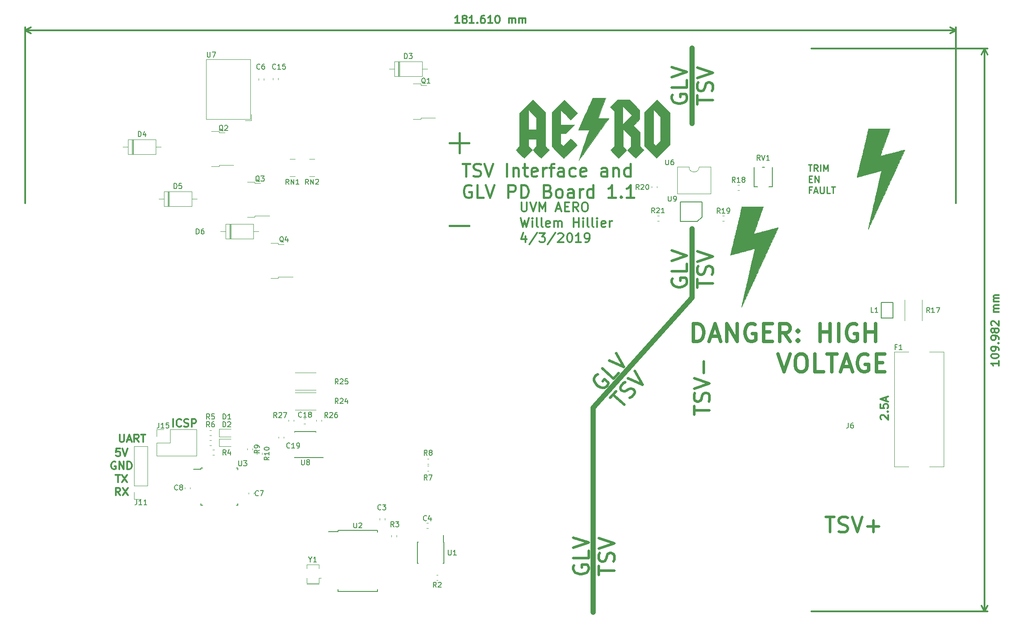
<source format=gbr>
G04 #@! TF.GenerationSoftware,KiCad,Pcbnew,(5.0.2)-1*
G04 #@! TF.CreationDate,2019-04-03T20:13:24-04:00*
G04 #@! TF.ProjectId,interface-board,696e7465-7266-4616-9365-2d626f617264,rev?*
G04 #@! TF.SameCoordinates,Original*
G04 #@! TF.FileFunction,Legend,Top*
G04 #@! TF.FilePolarity,Positive*
%FSLAX46Y46*%
G04 Gerber Fmt 4.6, Leading zero omitted, Abs format (unit mm)*
G04 Created by KiCad (PCBNEW (5.0.2)-1) date 4/3/2019 8:13:24 PM*
%MOMM*%
%LPD*%
G01*
G04 APERTURE LIST*
%ADD10C,0.300000*%
%ADD11C,0.254000*%
%ADD12C,0.457200*%
%ADD13C,0.400000*%
%ADD14C,0.500000*%
%ADD15C,0.700000*%
%ADD16C,1.000000*%
%ADD17C,0.010000*%
%ADD18C,0.180000*%
%ADD19C,0.120000*%
%ADD20C,0.150000*%
G04 APERTURE END LIST*
D10*
X137057571Y-34138571D02*
X136200428Y-34138571D01*
X136629000Y-34138571D02*
X136629000Y-32638571D01*
X136486142Y-32852857D01*
X136343285Y-32995714D01*
X136200428Y-33067142D01*
X137914714Y-33281428D02*
X137771857Y-33210000D01*
X137700428Y-33138571D01*
X137629000Y-32995714D01*
X137629000Y-32924285D01*
X137700428Y-32781428D01*
X137771857Y-32710000D01*
X137914714Y-32638571D01*
X138200428Y-32638571D01*
X138343285Y-32710000D01*
X138414714Y-32781428D01*
X138486142Y-32924285D01*
X138486142Y-32995714D01*
X138414714Y-33138571D01*
X138343285Y-33210000D01*
X138200428Y-33281428D01*
X137914714Y-33281428D01*
X137771857Y-33352857D01*
X137700428Y-33424285D01*
X137629000Y-33567142D01*
X137629000Y-33852857D01*
X137700428Y-33995714D01*
X137771857Y-34067142D01*
X137914714Y-34138571D01*
X138200428Y-34138571D01*
X138343285Y-34067142D01*
X138414714Y-33995714D01*
X138486142Y-33852857D01*
X138486142Y-33567142D01*
X138414714Y-33424285D01*
X138343285Y-33352857D01*
X138200428Y-33281428D01*
X139914714Y-34138571D02*
X139057571Y-34138571D01*
X139486142Y-34138571D02*
X139486142Y-32638571D01*
X139343285Y-32852857D01*
X139200428Y-32995714D01*
X139057571Y-33067142D01*
X140557571Y-33995714D02*
X140629000Y-34067142D01*
X140557571Y-34138571D01*
X140486142Y-34067142D01*
X140557571Y-33995714D01*
X140557571Y-34138571D01*
X141914714Y-32638571D02*
X141629000Y-32638571D01*
X141486142Y-32710000D01*
X141414714Y-32781428D01*
X141271857Y-32995714D01*
X141200428Y-33281428D01*
X141200428Y-33852857D01*
X141271857Y-33995714D01*
X141343285Y-34067142D01*
X141486142Y-34138571D01*
X141771857Y-34138571D01*
X141914714Y-34067142D01*
X141986142Y-33995714D01*
X142057571Y-33852857D01*
X142057571Y-33495714D01*
X141986142Y-33352857D01*
X141914714Y-33281428D01*
X141771857Y-33210000D01*
X141486142Y-33210000D01*
X141343285Y-33281428D01*
X141271857Y-33352857D01*
X141200428Y-33495714D01*
X143486142Y-34138571D02*
X142629000Y-34138571D01*
X143057571Y-34138571D02*
X143057571Y-32638571D01*
X142914714Y-32852857D01*
X142771857Y-32995714D01*
X142629000Y-33067142D01*
X144414714Y-32638571D02*
X144557571Y-32638571D01*
X144700428Y-32710000D01*
X144771857Y-32781428D01*
X144843285Y-32924285D01*
X144914714Y-33210000D01*
X144914714Y-33567142D01*
X144843285Y-33852857D01*
X144771857Y-33995714D01*
X144700428Y-34067142D01*
X144557571Y-34138571D01*
X144414714Y-34138571D01*
X144271857Y-34067142D01*
X144200428Y-33995714D01*
X144129000Y-33852857D01*
X144057571Y-33567142D01*
X144057571Y-33210000D01*
X144129000Y-32924285D01*
X144200428Y-32781428D01*
X144271857Y-32710000D01*
X144414714Y-32638571D01*
X146700428Y-34138571D02*
X146700428Y-33138571D01*
X146700428Y-33281428D02*
X146771857Y-33210000D01*
X146914714Y-33138571D01*
X147129000Y-33138571D01*
X147271857Y-33210000D01*
X147343285Y-33352857D01*
X147343285Y-34138571D01*
X147343285Y-33352857D02*
X147414714Y-33210000D01*
X147557571Y-33138571D01*
X147771857Y-33138571D01*
X147914714Y-33210000D01*
X147986142Y-33352857D01*
X147986142Y-34138571D01*
X148700428Y-34138571D02*
X148700428Y-33138571D01*
X148700428Y-33281428D02*
X148771857Y-33210000D01*
X148914714Y-33138571D01*
X149129000Y-33138571D01*
X149271857Y-33210000D01*
X149343285Y-33352857D01*
X149343285Y-34138571D01*
X149343285Y-33352857D02*
X149414714Y-33210000D01*
X149557571Y-33138571D01*
X149771857Y-33138571D01*
X149914714Y-33210000D01*
X149986142Y-33352857D01*
X149986142Y-34138571D01*
X233934000Y-35560000D02*
X52324000Y-35560000D01*
X233934000Y-69342000D02*
X233934000Y-34973579D01*
X52324000Y-69342000D02*
X52324000Y-34973579D01*
X52324000Y-35560000D02*
X53450504Y-34973579D01*
X52324000Y-35560000D02*
X53450504Y-36146421D01*
X233934000Y-35560000D02*
X232807496Y-34973579D01*
X233934000Y-35560000D02*
X232807496Y-36146421D01*
X242300571Y-100178428D02*
X242300571Y-101035571D01*
X242300571Y-100607000D02*
X240800571Y-100607000D01*
X241014857Y-100749857D01*
X241157714Y-100892714D01*
X241229142Y-101035571D01*
X240800571Y-99249857D02*
X240800571Y-99107000D01*
X240872000Y-98964142D01*
X240943428Y-98892714D01*
X241086285Y-98821285D01*
X241372000Y-98749857D01*
X241729142Y-98749857D01*
X242014857Y-98821285D01*
X242157714Y-98892714D01*
X242229142Y-98964142D01*
X242300571Y-99107000D01*
X242300571Y-99249857D01*
X242229142Y-99392714D01*
X242157714Y-99464142D01*
X242014857Y-99535571D01*
X241729142Y-99607000D01*
X241372000Y-99607000D01*
X241086285Y-99535571D01*
X240943428Y-99464142D01*
X240872000Y-99392714D01*
X240800571Y-99249857D01*
X242300571Y-98035571D02*
X242300571Y-97749857D01*
X242229142Y-97607000D01*
X242157714Y-97535571D01*
X241943428Y-97392714D01*
X241657714Y-97321285D01*
X241086285Y-97321285D01*
X240943428Y-97392714D01*
X240872000Y-97464142D01*
X240800571Y-97607000D01*
X240800571Y-97892714D01*
X240872000Y-98035571D01*
X240943428Y-98107000D01*
X241086285Y-98178428D01*
X241443428Y-98178428D01*
X241586285Y-98107000D01*
X241657714Y-98035571D01*
X241729142Y-97892714D01*
X241729142Y-97607000D01*
X241657714Y-97464142D01*
X241586285Y-97392714D01*
X241443428Y-97321285D01*
X242157714Y-96678428D02*
X242229142Y-96607000D01*
X242300571Y-96678428D01*
X242229142Y-96749857D01*
X242157714Y-96678428D01*
X242300571Y-96678428D01*
X242300571Y-95892714D02*
X242300571Y-95607000D01*
X242229142Y-95464142D01*
X242157714Y-95392714D01*
X241943428Y-95249857D01*
X241657714Y-95178428D01*
X241086285Y-95178428D01*
X240943428Y-95249857D01*
X240872000Y-95321285D01*
X240800571Y-95464142D01*
X240800571Y-95749857D01*
X240872000Y-95892714D01*
X240943428Y-95964142D01*
X241086285Y-96035571D01*
X241443428Y-96035571D01*
X241586285Y-95964142D01*
X241657714Y-95892714D01*
X241729142Y-95749857D01*
X241729142Y-95464142D01*
X241657714Y-95321285D01*
X241586285Y-95249857D01*
X241443428Y-95178428D01*
X241443428Y-94321285D02*
X241372000Y-94464142D01*
X241300571Y-94535571D01*
X241157714Y-94607000D01*
X241086285Y-94607000D01*
X240943428Y-94535571D01*
X240872000Y-94464142D01*
X240800571Y-94321285D01*
X240800571Y-94035571D01*
X240872000Y-93892714D01*
X240943428Y-93821285D01*
X241086285Y-93749857D01*
X241157714Y-93749857D01*
X241300571Y-93821285D01*
X241372000Y-93892714D01*
X241443428Y-94035571D01*
X241443428Y-94321285D01*
X241514857Y-94464142D01*
X241586285Y-94535571D01*
X241729142Y-94607000D01*
X242014857Y-94607000D01*
X242157714Y-94535571D01*
X242229142Y-94464142D01*
X242300571Y-94321285D01*
X242300571Y-94035571D01*
X242229142Y-93892714D01*
X242157714Y-93821285D01*
X242014857Y-93749857D01*
X241729142Y-93749857D01*
X241586285Y-93821285D01*
X241514857Y-93892714D01*
X241443428Y-94035571D01*
X240943428Y-93178428D02*
X240872000Y-93107000D01*
X240800571Y-92964142D01*
X240800571Y-92607000D01*
X240872000Y-92464142D01*
X240943428Y-92392714D01*
X241086285Y-92321285D01*
X241229142Y-92321285D01*
X241443428Y-92392714D01*
X242300571Y-93249857D01*
X242300571Y-92321285D01*
X242300571Y-90535571D02*
X241300571Y-90535571D01*
X241443428Y-90535571D02*
X241372000Y-90464142D01*
X241300571Y-90321285D01*
X241300571Y-90107000D01*
X241372000Y-89964142D01*
X241514857Y-89892714D01*
X242300571Y-89892714D01*
X241514857Y-89892714D02*
X241372000Y-89821285D01*
X241300571Y-89678428D01*
X241300571Y-89464142D01*
X241372000Y-89321285D01*
X241514857Y-89249857D01*
X242300571Y-89249857D01*
X242300571Y-88535571D02*
X241300571Y-88535571D01*
X241443428Y-88535571D02*
X241372000Y-88464142D01*
X241300571Y-88321285D01*
X241300571Y-88107000D01*
X241372000Y-87964142D01*
X241514857Y-87892714D01*
X242300571Y-87892714D01*
X241514857Y-87892714D02*
X241372000Y-87821285D01*
X241300571Y-87678428D01*
X241300571Y-87464142D01*
X241372000Y-87321285D01*
X241514857Y-87249857D01*
X242300571Y-87249857D01*
X239522000Y-149098000D02*
X239522000Y-39116000D01*
X205740000Y-149098000D02*
X240108421Y-149098000D01*
X205740000Y-39116000D02*
X240108421Y-39116000D01*
X239522000Y-39116000D02*
X240108421Y-40242504D01*
X239522000Y-39116000D02*
X238935579Y-40242504D01*
X239522000Y-149098000D02*
X240108421Y-147971496D01*
X239522000Y-149098000D02*
X238935579Y-147971496D01*
D11*
X205111652Y-61813923D02*
X205837366Y-61813923D01*
X205474509Y-63083923D02*
X205474509Y-61813923D01*
X206986414Y-63083923D02*
X206563080Y-62479161D01*
X206260700Y-63083923D02*
X206260700Y-61813923D01*
X206744509Y-61813923D01*
X206865461Y-61874400D01*
X206925938Y-61934876D01*
X206986414Y-62055828D01*
X206986414Y-62237257D01*
X206925938Y-62358209D01*
X206865461Y-62418685D01*
X206744509Y-62479161D01*
X206260700Y-62479161D01*
X207530700Y-63083923D02*
X207530700Y-61813923D01*
X208135461Y-63083923D02*
X208135461Y-61813923D01*
X208558795Y-62721066D01*
X208982128Y-61813923D01*
X208982128Y-63083923D01*
X205293080Y-64577685D02*
X205716414Y-64577685D01*
X205897842Y-65242923D02*
X205293080Y-65242923D01*
X205293080Y-63972923D01*
X205897842Y-63972923D01*
X206442128Y-65242923D02*
X206442128Y-63972923D01*
X207167842Y-65242923D01*
X207167842Y-63972923D01*
X205716414Y-66736685D02*
X205293080Y-66736685D01*
X205293080Y-67401923D02*
X205293080Y-66131923D01*
X205897842Y-66131923D01*
X206321176Y-67039066D02*
X206925938Y-67039066D01*
X206200223Y-67401923D02*
X206623557Y-66131923D01*
X207046890Y-67401923D01*
X207470223Y-66131923D02*
X207470223Y-67160019D01*
X207530700Y-67280971D01*
X207591176Y-67341447D01*
X207712128Y-67401923D01*
X207954033Y-67401923D01*
X208074985Y-67341447D01*
X208135461Y-67280971D01*
X208195938Y-67160019D01*
X208195938Y-66131923D01*
X209405461Y-67401923D02*
X208800700Y-67401923D01*
X208800700Y-66131923D01*
X209647366Y-66131923D02*
X210373080Y-66131923D01*
X210010223Y-67401923D02*
X210010223Y-66131923D01*
D12*
X135110703Y-57538257D02*
X138981180Y-57538257D01*
X137045941Y-59473495D02*
X137045941Y-55603019D01*
X135110703Y-73692657D02*
X138981180Y-73692657D01*
D13*
X137658095Y-61579952D02*
X139086666Y-61579952D01*
X138372380Y-64079952D02*
X138372380Y-61579952D01*
X139800952Y-63960904D02*
X140158095Y-64079952D01*
X140753333Y-64079952D01*
X140991428Y-63960904D01*
X141110476Y-63841857D01*
X141229523Y-63603761D01*
X141229523Y-63365666D01*
X141110476Y-63127571D01*
X140991428Y-63008523D01*
X140753333Y-62889476D01*
X140277142Y-62770428D01*
X140039047Y-62651380D01*
X139920000Y-62532333D01*
X139800952Y-62294238D01*
X139800952Y-62056142D01*
X139920000Y-61818047D01*
X140039047Y-61699000D01*
X140277142Y-61579952D01*
X140872380Y-61579952D01*
X141229523Y-61699000D01*
X141943809Y-61579952D02*
X142777142Y-64079952D01*
X143610476Y-61579952D01*
X146348571Y-64079952D02*
X146348571Y-61579952D01*
X147539047Y-62413285D02*
X147539047Y-64079952D01*
X147539047Y-62651380D02*
X147658095Y-62532333D01*
X147896190Y-62413285D01*
X148253333Y-62413285D01*
X148491428Y-62532333D01*
X148610476Y-62770428D01*
X148610476Y-64079952D01*
X149443809Y-62413285D02*
X150396190Y-62413285D01*
X149800952Y-61579952D02*
X149800952Y-63722809D01*
X149920000Y-63960904D01*
X150158095Y-64079952D01*
X150396190Y-64079952D01*
X152181904Y-63960904D02*
X151943809Y-64079952D01*
X151467619Y-64079952D01*
X151229523Y-63960904D01*
X151110476Y-63722809D01*
X151110476Y-62770428D01*
X151229523Y-62532333D01*
X151467619Y-62413285D01*
X151943809Y-62413285D01*
X152181904Y-62532333D01*
X152300952Y-62770428D01*
X152300952Y-63008523D01*
X151110476Y-63246619D01*
X153372380Y-64079952D02*
X153372380Y-62413285D01*
X153372380Y-62889476D02*
X153491428Y-62651380D01*
X153610476Y-62532333D01*
X153848571Y-62413285D01*
X154086666Y-62413285D01*
X154562857Y-62413285D02*
X155515238Y-62413285D01*
X154920000Y-64079952D02*
X154920000Y-61937095D01*
X155039047Y-61699000D01*
X155277142Y-61579952D01*
X155515238Y-61579952D01*
X157420000Y-64079952D02*
X157420000Y-62770428D01*
X157300952Y-62532333D01*
X157062857Y-62413285D01*
X156586666Y-62413285D01*
X156348571Y-62532333D01*
X157420000Y-63960904D02*
X157181904Y-64079952D01*
X156586666Y-64079952D01*
X156348571Y-63960904D01*
X156229523Y-63722809D01*
X156229523Y-63484714D01*
X156348571Y-63246619D01*
X156586666Y-63127571D01*
X157181904Y-63127571D01*
X157420000Y-63008523D01*
X159681904Y-63960904D02*
X159443809Y-64079952D01*
X158967619Y-64079952D01*
X158729523Y-63960904D01*
X158610476Y-63841857D01*
X158491428Y-63603761D01*
X158491428Y-62889476D01*
X158610476Y-62651380D01*
X158729523Y-62532333D01*
X158967619Y-62413285D01*
X159443809Y-62413285D01*
X159681904Y-62532333D01*
X161705714Y-63960904D02*
X161467619Y-64079952D01*
X160991428Y-64079952D01*
X160753333Y-63960904D01*
X160634285Y-63722809D01*
X160634285Y-62770428D01*
X160753333Y-62532333D01*
X160991428Y-62413285D01*
X161467619Y-62413285D01*
X161705714Y-62532333D01*
X161824761Y-62770428D01*
X161824761Y-63008523D01*
X160634285Y-63246619D01*
X165872380Y-64079952D02*
X165872380Y-62770428D01*
X165753333Y-62532333D01*
X165515238Y-62413285D01*
X165039047Y-62413285D01*
X164800952Y-62532333D01*
X165872380Y-63960904D02*
X165634285Y-64079952D01*
X165039047Y-64079952D01*
X164800952Y-63960904D01*
X164681904Y-63722809D01*
X164681904Y-63484714D01*
X164800952Y-63246619D01*
X165039047Y-63127571D01*
X165634285Y-63127571D01*
X165872380Y-63008523D01*
X167062857Y-62413285D02*
X167062857Y-64079952D01*
X167062857Y-62651380D02*
X167181904Y-62532333D01*
X167420000Y-62413285D01*
X167777142Y-62413285D01*
X168015238Y-62532333D01*
X168134285Y-62770428D01*
X168134285Y-64079952D01*
X170396190Y-64079952D02*
X170396190Y-61579952D01*
X170396190Y-63960904D02*
X170158095Y-64079952D01*
X169681904Y-64079952D01*
X169443809Y-63960904D01*
X169324761Y-63841857D01*
X169205714Y-63603761D01*
X169205714Y-62889476D01*
X169324761Y-62651380D01*
X169443809Y-62532333D01*
X169681904Y-62413285D01*
X170158095Y-62413285D01*
X170396190Y-62532333D01*
X139324761Y-65849000D02*
X139086666Y-65729952D01*
X138729523Y-65729952D01*
X138372380Y-65849000D01*
X138134285Y-66087095D01*
X138015238Y-66325190D01*
X137896190Y-66801380D01*
X137896190Y-67158523D01*
X138015238Y-67634714D01*
X138134285Y-67872809D01*
X138372380Y-68110904D01*
X138729523Y-68229952D01*
X138967619Y-68229952D01*
X139324761Y-68110904D01*
X139443809Y-67991857D01*
X139443809Y-67158523D01*
X138967619Y-67158523D01*
X141705714Y-68229952D02*
X140515238Y-68229952D01*
X140515238Y-65729952D01*
X142181904Y-65729952D02*
X143015238Y-68229952D01*
X143848571Y-65729952D01*
X146586666Y-68229952D02*
X146586666Y-65729952D01*
X147539047Y-65729952D01*
X147777142Y-65849000D01*
X147896190Y-65968047D01*
X148015238Y-66206142D01*
X148015238Y-66563285D01*
X147896190Y-66801380D01*
X147777142Y-66920428D01*
X147539047Y-67039476D01*
X146586666Y-67039476D01*
X149086666Y-68229952D02*
X149086666Y-65729952D01*
X149681904Y-65729952D01*
X150039047Y-65849000D01*
X150277142Y-66087095D01*
X150396190Y-66325190D01*
X150515238Y-66801380D01*
X150515238Y-67158523D01*
X150396190Y-67634714D01*
X150277142Y-67872809D01*
X150039047Y-68110904D01*
X149681904Y-68229952D01*
X149086666Y-68229952D01*
X154324761Y-66920428D02*
X154681904Y-67039476D01*
X154800952Y-67158523D01*
X154920000Y-67396619D01*
X154920000Y-67753761D01*
X154800952Y-67991857D01*
X154681904Y-68110904D01*
X154443809Y-68229952D01*
X153491428Y-68229952D01*
X153491428Y-65729952D01*
X154324761Y-65729952D01*
X154562857Y-65849000D01*
X154681904Y-65968047D01*
X154800952Y-66206142D01*
X154800952Y-66444238D01*
X154681904Y-66682333D01*
X154562857Y-66801380D01*
X154324761Y-66920428D01*
X153491428Y-66920428D01*
X156348571Y-68229952D02*
X156110476Y-68110904D01*
X155991428Y-67991857D01*
X155872380Y-67753761D01*
X155872380Y-67039476D01*
X155991428Y-66801380D01*
X156110476Y-66682333D01*
X156348571Y-66563285D01*
X156705714Y-66563285D01*
X156943809Y-66682333D01*
X157062857Y-66801380D01*
X157181904Y-67039476D01*
X157181904Y-67753761D01*
X157062857Y-67991857D01*
X156943809Y-68110904D01*
X156705714Y-68229952D01*
X156348571Y-68229952D01*
X159324761Y-68229952D02*
X159324761Y-66920428D01*
X159205714Y-66682333D01*
X158967619Y-66563285D01*
X158491428Y-66563285D01*
X158253333Y-66682333D01*
X159324761Y-68110904D02*
X159086666Y-68229952D01*
X158491428Y-68229952D01*
X158253333Y-68110904D01*
X158134285Y-67872809D01*
X158134285Y-67634714D01*
X158253333Y-67396619D01*
X158491428Y-67277571D01*
X159086666Y-67277571D01*
X159324761Y-67158523D01*
X160515238Y-68229952D02*
X160515238Y-66563285D01*
X160515238Y-67039476D02*
X160634285Y-66801380D01*
X160753333Y-66682333D01*
X160991428Y-66563285D01*
X161229523Y-66563285D01*
X163134285Y-68229952D02*
X163134285Y-65729952D01*
X163134285Y-68110904D02*
X162896190Y-68229952D01*
X162420000Y-68229952D01*
X162181904Y-68110904D01*
X162062857Y-67991857D01*
X161943809Y-67753761D01*
X161943809Y-67039476D01*
X162062857Y-66801380D01*
X162181904Y-66682333D01*
X162420000Y-66563285D01*
X162896190Y-66563285D01*
X163134285Y-66682333D01*
X167539047Y-68229952D02*
X166110476Y-68229952D01*
X166824761Y-68229952D02*
X166824761Y-65729952D01*
X166586666Y-66087095D01*
X166348571Y-66325190D01*
X166110476Y-66444238D01*
X168610476Y-67991857D02*
X168729523Y-68110904D01*
X168610476Y-68229952D01*
X168491428Y-68110904D01*
X168610476Y-67991857D01*
X168610476Y-68229952D01*
X171110476Y-68229952D02*
X169681904Y-68229952D01*
X170396190Y-68229952D02*
X170396190Y-65729952D01*
X170158095Y-66087095D01*
X169920000Y-66325190D01*
X169681904Y-66444238D01*
D10*
X70834285Y-117273571D02*
X70120000Y-117273571D01*
X70048571Y-117987857D01*
X70120000Y-117916428D01*
X70262857Y-117845000D01*
X70620000Y-117845000D01*
X70762857Y-117916428D01*
X70834285Y-117987857D01*
X70905714Y-118130714D01*
X70905714Y-118487857D01*
X70834285Y-118630714D01*
X70762857Y-118702142D01*
X70620000Y-118773571D01*
X70262857Y-118773571D01*
X70120000Y-118702142D01*
X70048571Y-118630714D01*
X71334285Y-117273571D02*
X71834285Y-118773571D01*
X72334285Y-117273571D01*
X69977142Y-119895000D02*
X69834285Y-119823571D01*
X69620000Y-119823571D01*
X69405714Y-119895000D01*
X69262857Y-120037857D01*
X69191428Y-120180714D01*
X69120000Y-120466428D01*
X69120000Y-120680714D01*
X69191428Y-120966428D01*
X69262857Y-121109285D01*
X69405714Y-121252142D01*
X69620000Y-121323571D01*
X69762857Y-121323571D01*
X69977142Y-121252142D01*
X70048571Y-121180714D01*
X70048571Y-120680714D01*
X69762857Y-120680714D01*
X70691428Y-121323571D02*
X70691428Y-119823571D01*
X71548571Y-121323571D01*
X71548571Y-119823571D01*
X72262857Y-121323571D02*
X72262857Y-119823571D01*
X72620000Y-119823571D01*
X72834285Y-119895000D01*
X72977142Y-120037857D01*
X73048571Y-120180714D01*
X73120000Y-120466428D01*
X73120000Y-120680714D01*
X73048571Y-120966428D01*
X72977142Y-121109285D01*
X72834285Y-121252142D01*
X72620000Y-121323571D01*
X72262857Y-121323571D01*
X69977142Y-122373571D02*
X70834285Y-122373571D01*
X70405714Y-123873571D02*
X70405714Y-122373571D01*
X71191428Y-122373571D02*
X72191428Y-123873571D01*
X72191428Y-122373571D02*
X71191428Y-123873571D01*
X70870000Y-126423571D02*
X70370000Y-125709285D01*
X70012857Y-126423571D02*
X70012857Y-124923571D01*
X70584285Y-124923571D01*
X70727142Y-124995000D01*
X70798571Y-125066428D01*
X70870000Y-125209285D01*
X70870000Y-125423571D01*
X70798571Y-125566428D01*
X70727142Y-125637857D01*
X70584285Y-125709285D01*
X70012857Y-125709285D01*
X71370000Y-124923571D02*
X72370000Y-126423571D01*
X72370000Y-124923571D02*
X71370000Y-126423571D01*
X70759142Y-114494571D02*
X70759142Y-115708857D01*
X70830571Y-115851714D01*
X70902000Y-115923142D01*
X71044857Y-115994571D01*
X71330571Y-115994571D01*
X71473428Y-115923142D01*
X71544857Y-115851714D01*
X71616285Y-115708857D01*
X71616285Y-114494571D01*
X72259142Y-115566000D02*
X72973428Y-115566000D01*
X72116285Y-115994571D02*
X72616285Y-114494571D01*
X73116285Y-115994571D01*
X74473428Y-115994571D02*
X73973428Y-115280285D01*
X73616285Y-115994571D02*
X73616285Y-114494571D01*
X74187714Y-114494571D01*
X74330571Y-114566000D01*
X74402000Y-114637428D01*
X74473428Y-114780285D01*
X74473428Y-114994571D01*
X74402000Y-115137428D01*
X74330571Y-115208857D01*
X74187714Y-115280285D01*
X73616285Y-115280285D01*
X74902000Y-114494571D02*
X75759142Y-114494571D01*
X75330571Y-115994571D02*
X75330571Y-114494571D01*
X81194714Y-113005571D02*
X81194714Y-111505571D01*
X82766142Y-112862714D02*
X82694714Y-112934142D01*
X82480428Y-113005571D01*
X82337571Y-113005571D01*
X82123285Y-112934142D01*
X81980428Y-112791285D01*
X81909000Y-112648428D01*
X81837571Y-112362714D01*
X81837571Y-112148428D01*
X81909000Y-111862714D01*
X81980428Y-111719857D01*
X82123285Y-111577000D01*
X82337571Y-111505571D01*
X82480428Y-111505571D01*
X82694714Y-111577000D01*
X82766142Y-111648428D01*
X83337571Y-112934142D02*
X83551857Y-113005571D01*
X83909000Y-113005571D01*
X84051857Y-112934142D01*
X84123285Y-112862714D01*
X84194714Y-112719857D01*
X84194714Y-112577000D01*
X84123285Y-112434142D01*
X84051857Y-112362714D01*
X83909000Y-112291285D01*
X83623285Y-112219857D01*
X83480428Y-112148428D01*
X83409000Y-112077000D01*
X83337571Y-111934142D01*
X83337571Y-111791285D01*
X83409000Y-111648428D01*
X83480428Y-111577000D01*
X83623285Y-111505571D01*
X83980428Y-111505571D01*
X84194714Y-111577000D01*
X84837571Y-113005571D02*
X84837571Y-111505571D01*
X85409000Y-111505571D01*
X85551857Y-111577000D01*
X85623285Y-111648428D01*
X85694714Y-111791285D01*
X85694714Y-112005571D01*
X85623285Y-112148428D01*
X85551857Y-112219857D01*
X85409000Y-112291285D01*
X84837571Y-112291285D01*
X219382428Y-111548857D02*
X219311000Y-111477428D01*
X219239571Y-111334571D01*
X219239571Y-110977428D01*
X219311000Y-110834571D01*
X219382428Y-110763142D01*
X219525285Y-110691714D01*
X219668142Y-110691714D01*
X219882428Y-110763142D01*
X220739571Y-111620285D01*
X220739571Y-110691714D01*
X220596714Y-110048857D02*
X220668142Y-109977428D01*
X220739571Y-110048857D01*
X220668142Y-110120285D01*
X220596714Y-110048857D01*
X220739571Y-110048857D01*
X219239571Y-108620285D02*
X219239571Y-109334571D01*
X219953857Y-109406000D01*
X219882428Y-109334571D01*
X219811000Y-109191714D01*
X219811000Y-108834571D01*
X219882428Y-108691714D01*
X219953857Y-108620285D01*
X220096714Y-108548857D01*
X220453857Y-108548857D01*
X220596714Y-108620285D01*
X220668142Y-108691714D01*
X220739571Y-108834571D01*
X220739571Y-109191714D01*
X220668142Y-109334571D01*
X220596714Y-109406000D01*
X220311000Y-107977428D02*
X220311000Y-107263142D01*
X220739571Y-108120285D02*
X219239571Y-107620285D01*
X220739571Y-107120285D01*
D14*
X182862742Y-110660771D02*
X182862742Y-108946485D01*
X185862742Y-109803628D02*
X182862742Y-109803628D01*
X185719885Y-108089342D02*
X185862742Y-107660771D01*
X185862742Y-106946485D01*
X185719885Y-106660771D01*
X185577028Y-106517914D01*
X185291314Y-106375057D01*
X185005600Y-106375057D01*
X184719885Y-106517914D01*
X184577028Y-106660771D01*
X184434171Y-106946485D01*
X184291314Y-107517914D01*
X184148457Y-107803628D01*
X184005600Y-107946485D01*
X183719885Y-108089342D01*
X183434171Y-108089342D01*
X183148457Y-107946485D01*
X183005600Y-107803628D01*
X182862742Y-107517914D01*
X182862742Y-106803628D01*
X183005600Y-106375057D01*
X182862742Y-105517914D02*
X185862742Y-104517914D01*
X182862742Y-103517914D01*
X184719885Y-102517914D02*
X184719885Y-100232200D01*
X208536428Y-130623142D02*
X210250714Y-130623142D01*
X209393571Y-133623142D02*
X209393571Y-130623142D01*
X211107857Y-133480285D02*
X211536428Y-133623142D01*
X212250714Y-133623142D01*
X212536428Y-133480285D01*
X212679285Y-133337428D01*
X212822142Y-133051714D01*
X212822142Y-132766000D01*
X212679285Y-132480285D01*
X212536428Y-132337428D01*
X212250714Y-132194571D01*
X211679285Y-132051714D01*
X211393571Y-131908857D01*
X211250714Y-131766000D01*
X211107857Y-131480285D01*
X211107857Y-131194571D01*
X211250714Y-130908857D01*
X211393571Y-130766000D01*
X211679285Y-130623142D01*
X212393571Y-130623142D01*
X212822142Y-130766000D01*
X213679285Y-130623142D02*
X214679285Y-133623142D01*
X215679285Y-130623142D01*
X216679285Y-132480285D02*
X218965000Y-132480285D01*
X217822142Y-133623142D02*
X217822142Y-131337428D01*
D15*
X182753000Y-96330333D02*
X182753000Y-92830333D01*
X183586333Y-92830333D01*
X184086333Y-92997000D01*
X184419666Y-93330333D01*
X184586333Y-93663666D01*
X184753000Y-94330333D01*
X184753000Y-94830333D01*
X184586333Y-95497000D01*
X184419666Y-95830333D01*
X184086333Y-96163666D01*
X183586333Y-96330333D01*
X182753000Y-96330333D01*
X186086333Y-95330333D02*
X187753000Y-95330333D01*
X185753000Y-96330333D02*
X186919666Y-92830333D01*
X188086333Y-96330333D01*
X189253000Y-96330333D02*
X189253000Y-92830333D01*
X191253000Y-96330333D01*
X191253000Y-92830333D01*
X194753000Y-92997000D02*
X194419666Y-92830333D01*
X193919666Y-92830333D01*
X193419666Y-92997000D01*
X193086333Y-93330333D01*
X192919666Y-93663666D01*
X192753000Y-94330333D01*
X192753000Y-94830333D01*
X192919666Y-95497000D01*
X193086333Y-95830333D01*
X193419666Y-96163666D01*
X193919666Y-96330333D01*
X194253000Y-96330333D01*
X194753000Y-96163666D01*
X194919666Y-95997000D01*
X194919666Y-94830333D01*
X194253000Y-94830333D01*
X196419666Y-94497000D02*
X197586333Y-94497000D01*
X198086333Y-96330333D02*
X196419666Y-96330333D01*
X196419666Y-92830333D01*
X198086333Y-92830333D01*
X201586333Y-96330333D02*
X200419666Y-94663666D01*
X199586333Y-96330333D02*
X199586333Y-92830333D01*
X200919666Y-92830333D01*
X201253000Y-92997000D01*
X201419666Y-93163666D01*
X201586333Y-93497000D01*
X201586333Y-93997000D01*
X201419666Y-94330333D01*
X201253000Y-94497000D01*
X200919666Y-94663666D01*
X199586333Y-94663666D01*
X203086333Y-95997000D02*
X203253000Y-96163666D01*
X203086333Y-96330333D01*
X202919666Y-96163666D01*
X203086333Y-95997000D01*
X203086333Y-96330333D01*
X203086333Y-94163666D02*
X203253000Y-94330333D01*
X203086333Y-94497000D01*
X202919666Y-94330333D01*
X203086333Y-94163666D01*
X203086333Y-94497000D01*
X207419666Y-96330333D02*
X207419666Y-92830333D01*
X207419666Y-94497000D02*
X209419666Y-94497000D01*
X209419666Y-96330333D02*
X209419666Y-92830333D01*
X211086333Y-96330333D02*
X211086333Y-92830333D01*
X214586333Y-92997000D02*
X214253000Y-92830333D01*
X213753000Y-92830333D01*
X213253000Y-92997000D01*
X212919666Y-93330333D01*
X212753000Y-93663666D01*
X212586333Y-94330333D01*
X212586333Y-94830333D01*
X212753000Y-95497000D01*
X212919666Y-95830333D01*
X213253000Y-96163666D01*
X213753000Y-96330333D01*
X214086333Y-96330333D01*
X214586333Y-96163666D01*
X214753000Y-95997000D01*
X214753000Y-94830333D01*
X214086333Y-94830333D01*
X216253000Y-96330333D02*
X216253000Y-92830333D01*
X216253000Y-94497000D02*
X218253000Y-94497000D01*
X218253000Y-96330333D02*
X218253000Y-92830333D01*
X199253000Y-98780333D02*
X200419666Y-102280333D01*
X201586333Y-98780333D01*
X203419666Y-98780333D02*
X204086333Y-98780333D01*
X204419666Y-98947000D01*
X204753000Y-99280333D01*
X204919666Y-99947000D01*
X204919666Y-101113666D01*
X204753000Y-101780333D01*
X204419666Y-102113666D01*
X204086333Y-102280333D01*
X203419666Y-102280333D01*
X203086333Y-102113666D01*
X202753000Y-101780333D01*
X202586333Y-101113666D01*
X202586333Y-99947000D01*
X202753000Y-99280333D01*
X203086333Y-98947000D01*
X203419666Y-98780333D01*
X208086333Y-102280333D02*
X206419666Y-102280333D01*
X206419666Y-98780333D01*
X208753000Y-98780333D02*
X210753000Y-98780333D01*
X209753000Y-102280333D02*
X209753000Y-98780333D01*
X211753000Y-101280333D02*
X213419666Y-101280333D01*
X211419666Y-102280333D02*
X212586333Y-98780333D01*
X213753000Y-102280333D01*
X216753000Y-98947000D02*
X216419666Y-98780333D01*
X215919666Y-98780333D01*
X215419666Y-98947000D01*
X215086333Y-99280333D01*
X214919666Y-99613666D01*
X214753000Y-100280333D01*
X214753000Y-100780333D01*
X214919666Y-101447000D01*
X215086333Y-101780333D01*
X215419666Y-102113666D01*
X215919666Y-102280333D01*
X216253000Y-102280333D01*
X216753000Y-102113666D01*
X216919666Y-101947000D01*
X216919666Y-100780333D01*
X216253000Y-100780333D01*
X218419666Y-100447000D02*
X219586333Y-100447000D01*
X220086333Y-102280333D02*
X218419666Y-102280333D01*
X218419666Y-98780333D01*
X220086333Y-98780333D01*
D16*
X182469000Y-53780000D02*
X182469000Y-39048000D01*
D10*
X149213571Y-69166285D02*
X149213571Y-70623428D01*
X149299285Y-70794857D01*
X149385000Y-70880571D01*
X149556428Y-70966285D01*
X149899285Y-70966285D01*
X150070714Y-70880571D01*
X150156428Y-70794857D01*
X150242142Y-70623428D01*
X150242142Y-69166285D01*
X150842142Y-69166285D02*
X151442142Y-70966285D01*
X152042142Y-69166285D01*
X152642142Y-70966285D02*
X152642142Y-69166285D01*
X153242142Y-70452000D01*
X153842142Y-69166285D01*
X153842142Y-70966285D01*
X155985000Y-70452000D02*
X156842142Y-70452000D01*
X155813571Y-70966285D02*
X156413571Y-69166285D01*
X157013571Y-70966285D01*
X157613571Y-70023428D02*
X158213571Y-70023428D01*
X158470714Y-70966285D02*
X157613571Y-70966285D01*
X157613571Y-69166285D01*
X158470714Y-69166285D01*
X160270714Y-70966285D02*
X159670714Y-70109142D01*
X159242142Y-70966285D02*
X159242142Y-69166285D01*
X159927857Y-69166285D01*
X160099285Y-69252000D01*
X160185000Y-69337714D01*
X160270714Y-69509142D01*
X160270714Y-69766285D01*
X160185000Y-69937714D01*
X160099285Y-70023428D01*
X159927857Y-70109142D01*
X159242142Y-70109142D01*
X161385000Y-69166285D02*
X161727857Y-69166285D01*
X161899285Y-69252000D01*
X162070714Y-69423428D01*
X162156428Y-69766285D01*
X162156428Y-70366285D01*
X162070714Y-70709142D01*
X161899285Y-70880571D01*
X161727857Y-70966285D01*
X161385000Y-70966285D01*
X161213571Y-70880571D01*
X161042142Y-70709142D01*
X160956428Y-70366285D01*
X160956428Y-69766285D01*
X161042142Y-69423428D01*
X161213571Y-69252000D01*
X161385000Y-69166285D01*
X149042142Y-72166285D02*
X149470714Y-73966285D01*
X149813571Y-72680571D01*
X150156428Y-73966285D01*
X150585000Y-72166285D01*
X151270714Y-73966285D02*
X151270714Y-72766285D01*
X151270714Y-72166285D02*
X151185000Y-72252000D01*
X151270714Y-72337714D01*
X151356428Y-72252000D01*
X151270714Y-72166285D01*
X151270714Y-72337714D01*
X152385000Y-73966285D02*
X152213571Y-73880571D01*
X152127857Y-73709142D01*
X152127857Y-72166285D01*
X153327857Y-73966285D02*
X153156428Y-73880571D01*
X153070714Y-73709142D01*
X153070714Y-72166285D01*
X154699285Y-73880571D02*
X154527857Y-73966285D01*
X154185000Y-73966285D01*
X154013571Y-73880571D01*
X153927857Y-73709142D01*
X153927857Y-73023428D01*
X154013571Y-72852000D01*
X154185000Y-72766285D01*
X154527857Y-72766285D01*
X154699285Y-72852000D01*
X154785000Y-73023428D01*
X154785000Y-73194857D01*
X153927857Y-73366285D01*
X155556428Y-73966285D02*
X155556428Y-72766285D01*
X155556428Y-72937714D02*
X155642142Y-72852000D01*
X155813571Y-72766285D01*
X156070714Y-72766285D01*
X156242142Y-72852000D01*
X156327857Y-73023428D01*
X156327857Y-73966285D01*
X156327857Y-73023428D02*
X156413571Y-72852000D01*
X156585000Y-72766285D01*
X156842142Y-72766285D01*
X157013571Y-72852000D01*
X157099285Y-73023428D01*
X157099285Y-73966285D01*
X159327857Y-73966285D02*
X159327857Y-72166285D01*
X159327857Y-73023428D02*
X160356428Y-73023428D01*
X160356428Y-73966285D02*
X160356428Y-72166285D01*
X161213571Y-73966285D02*
X161213571Y-72766285D01*
X161213571Y-72166285D02*
X161127857Y-72252000D01*
X161213571Y-72337714D01*
X161299285Y-72252000D01*
X161213571Y-72166285D01*
X161213571Y-72337714D01*
X162327857Y-73966285D02*
X162156428Y-73880571D01*
X162070714Y-73709142D01*
X162070714Y-72166285D01*
X163270714Y-73966285D02*
X163099285Y-73880571D01*
X163013571Y-73709142D01*
X163013571Y-72166285D01*
X163956428Y-73966285D02*
X163956428Y-72766285D01*
X163956428Y-72166285D02*
X163870714Y-72252000D01*
X163956428Y-72337714D01*
X164042142Y-72252000D01*
X163956428Y-72166285D01*
X163956428Y-72337714D01*
X165499285Y-73880571D02*
X165327857Y-73966285D01*
X164985000Y-73966285D01*
X164813571Y-73880571D01*
X164727857Y-73709142D01*
X164727857Y-73023428D01*
X164813571Y-72852000D01*
X164985000Y-72766285D01*
X165327857Y-72766285D01*
X165499285Y-72852000D01*
X165585000Y-73023428D01*
X165585000Y-73194857D01*
X164727857Y-73366285D01*
X166356428Y-73966285D02*
X166356428Y-72766285D01*
X166356428Y-73109142D02*
X166442142Y-72937714D01*
X166527857Y-72852000D01*
X166699285Y-72766285D01*
X166870714Y-72766285D01*
X149985000Y-75766285D02*
X149985000Y-76966285D01*
X149556428Y-75080571D02*
X149127857Y-76366285D01*
X150242142Y-76366285D01*
X152213571Y-75080571D02*
X150670714Y-77394857D01*
X152642142Y-75166285D02*
X153756428Y-75166285D01*
X153156428Y-75852000D01*
X153413571Y-75852000D01*
X153585000Y-75937714D01*
X153670714Y-76023428D01*
X153756428Y-76194857D01*
X153756428Y-76623428D01*
X153670714Y-76794857D01*
X153585000Y-76880571D01*
X153413571Y-76966285D01*
X152899285Y-76966285D01*
X152727857Y-76880571D01*
X152642142Y-76794857D01*
X155813571Y-75080571D02*
X154270714Y-77394857D01*
X156327857Y-75337714D02*
X156413571Y-75252000D01*
X156585000Y-75166285D01*
X157013571Y-75166285D01*
X157185000Y-75252000D01*
X157270714Y-75337714D01*
X157356428Y-75509142D01*
X157356428Y-75680571D01*
X157270714Y-75937714D01*
X156242142Y-76966285D01*
X157356428Y-76966285D01*
X158470714Y-75166285D02*
X158642142Y-75166285D01*
X158813571Y-75252000D01*
X158899285Y-75337714D01*
X158985000Y-75509142D01*
X159070714Y-75852000D01*
X159070714Y-76280571D01*
X158985000Y-76623428D01*
X158899285Y-76794857D01*
X158813571Y-76880571D01*
X158642142Y-76966285D01*
X158470714Y-76966285D01*
X158299285Y-76880571D01*
X158213571Y-76794857D01*
X158127857Y-76623428D01*
X158042142Y-76280571D01*
X158042142Y-75852000D01*
X158127857Y-75509142D01*
X158213571Y-75337714D01*
X158299285Y-75252000D01*
X158470714Y-75166285D01*
X160785000Y-76966285D02*
X159756428Y-76966285D01*
X160270714Y-76966285D02*
X160270714Y-75166285D01*
X160099285Y-75423428D01*
X159927857Y-75594857D01*
X159756428Y-75680571D01*
X161642142Y-76966285D02*
X161985000Y-76966285D01*
X162156428Y-76880571D01*
X162242142Y-76794857D01*
X162413571Y-76537714D01*
X162499285Y-76194857D01*
X162499285Y-75509142D01*
X162413571Y-75337714D01*
X162327857Y-75252000D01*
X162156428Y-75166285D01*
X161813571Y-75166285D01*
X161642142Y-75252000D01*
X161556428Y-75337714D01*
X161470714Y-75509142D01*
X161470714Y-75937714D01*
X161556428Y-76109142D01*
X161642142Y-76194857D01*
X161813571Y-76280571D01*
X162156428Y-76280571D01*
X162327857Y-76194857D01*
X162413571Y-76109142D01*
X162499285Y-75937714D01*
D14*
X178626000Y-48128285D02*
X178483142Y-48414000D01*
X178483142Y-48842571D01*
X178626000Y-49271142D01*
X178911714Y-49556857D01*
X179197428Y-49699714D01*
X179768857Y-49842571D01*
X180197428Y-49842571D01*
X180768857Y-49699714D01*
X181054571Y-49556857D01*
X181340285Y-49271142D01*
X181483142Y-48842571D01*
X181483142Y-48556857D01*
X181340285Y-48128285D01*
X181197428Y-47985428D01*
X180197428Y-47985428D01*
X180197428Y-48556857D01*
X181483142Y-45271142D02*
X181483142Y-46699714D01*
X178483142Y-46699714D01*
X178483142Y-44699714D02*
X181483142Y-43699714D01*
X178483142Y-42699714D01*
X183483142Y-49985428D02*
X183483142Y-48271142D01*
X186483142Y-49128285D02*
X183483142Y-49128285D01*
X186340285Y-47414000D02*
X186483142Y-46985428D01*
X186483142Y-46271142D01*
X186340285Y-45985428D01*
X186197428Y-45842571D01*
X185911714Y-45699714D01*
X185626000Y-45699714D01*
X185340285Y-45842571D01*
X185197428Y-45985428D01*
X185054571Y-46271142D01*
X184911714Y-46842571D01*
X184768857Y-47128285D01*
X184626000Y-47271142D01*
X184340285Y-47414000D01*
X184054571Y-47414000D01*
X183768857Y-47271142D01*
X183626000Y-47128285D01*
X183483142Y-46842571D01*
X183483142Y-46128285D01*
X183626000Y-45699714D01*
X183483142Y-44842571D02*
X186483142Y-43842571D01*
X183483142Y-42842571D01*
X164095339Y-102722439D02*
X163797996Y-102839176D01*
X163511225Y-103157667D01*
X163330619Y-103571748D01*
X163351765Y-103975255D01*
X163468502Y-104272599D01*
X163797567Y-104761122D01*
X164116057Y-105047893D01*
X164636301Y-105324089D01*
X164944219Y-105409106D01*
X165347726Y-105387959D01*
X165740660Y-105165059D01*
X165931840Y-104952732D01*
X166112447Y-104538651D01*
X166101873Y-104336897D01*
X165358728Y-103667767D01*
X164976368Y-104092421D01*
X168130412Y-102510970D02*
X167174511Y-103572605D01*
X164945077Y-101565214D01*
X166283338Y-100078924D02*
X169181903Y-101343171D01*
X167621599Y-98592634D01*
X166462229Y-107352628D02*
X167609310Y-106078666D01*
X169265204Y-108723039D02*
X167035769Y-106715647D01*
X170306121Y-107353486D02*
X170699055Y-107130586D01*
X171177005Y-106599768D01*
X171262022Y-106291851D01*
X171251448Y-106090097D01*
X171134711Y-105792753D01*
X170922384Y-105601573D01*
X170614467Y-105516556D01*
X170412714Y-105527130D01*
X170115370Y-105643867D01*
X169626846Y-105972931D01*
X169329502Y-106089668D01*
X169127749Y-106100241D01*
X168819831Y-106015225D01*
X168607504Y-105824045D01*
X168490767Y-105526701D01*
X168480194Y-105324947D01*
X168565210Y-105017030D01*
X169043161Y-104486212D01*
X169436095Y-104263312D01*
X169903472Y-103530740D02*
X172802037Y-104794987D01*
X171241733Y-102044451D01*
X178626000Y-84010285D02*
X178483142Y-84296000D01*
X178483142Y-84724571D01*
X178626000Y-85153142D01*
X178911714Y-85438857D01*
X179197428Y-85581714D01*
X179768857Y-85724571D01*
X180197428Y-85724571D01*
X180768857Y-85581714D01*
X181054571Y-85438857D01*
X181340285Y-85153142D01*
X181483142Y-84724571D01*
X181483142Y-84438857D01*
X181340285Y-84010285D01*
X181197428Y-83867428D01*
X180197428Y-83867428D01*
X180197428Y-84438857D01*
X181483142Y-81153142D02*
X181483142Y-82581714D01*
X178483142Y-82581714D01*
X178483142Y-80581714D02*
X181483142Y-79581714D01*
X178483142Y-78581714D01*
X183483142Y-85867428D02*
X183483142Y-84153142D01*
X186483142Y-85010285D02*
X183483142Y-85010285D01*
X186340285Y-83296000D02*
X186483142Y-82867428D01*
X186483142Y-82153142D01*
X186340285Y-81867428D01*
X186197428Y-81724571D01*
X185911714Y-81581714D01*
X185626000Y-81581714D01*
X185340285Y-81724571D01*
X185197428Y-81867428D01*
X185054571Y-82153142D01*
X184911714Y-82724571D01*
X184768857Y-83010285D01*
X184626000Y-83153142D01*
X184340285Y-83296000D01*
X184054571Y-83296000D01*
X183768857Y-83153142D01*
X183626000Y-83010285D01*
X183483142Y-82724571D01*
X183483142Y-82010285D01*
X183626000Y-81581714D01*
X183483142Y-80724571D02*
X186483142Y-79724571D01*
X183483142Y-78724571D01*
X159419000Y-140076285D02*
X159276142Y-140362000D01*
X159276142Y-140790571D01*
X159419000Y-141219142D01*
X159704714Y-141504857D01*
X159990428Y-141647714D01*
X160561857Y-141790571D01*
X160990428Y-141790571D01*
X161561857Y-141647714D01*
X161847571Y-141504857D01*
X162133285Y-141219142D01*
X162276142Y-140790571D01*
X162276142Y-140504857D01*
X162133285Y-140076285D01*
X161990428Y-139933428D01*
X160990428Y-139933428D01*
X160990428Y-140504857D01*
X162276142Y-137219142D02*
X162276142Y-138647714D01*
X159276142Y-138647714D01*
X159276142Y-136647714D02*
X162276142Y-135647714D01*
X159276142Y-134647714D01*
X164276142Y-141933428D02*
X164276142Y-140219142D01*
X167276142Y-141076285D02*
X164276142Y-141076285D01*
X167133285Y-139362000D02*
X167276142Y-138933428D01*
X167276142Y-138219142D01*
X167133285Y-137933428D01*
X166990428Y-137790571D01*
X166704714Y-137647714D01*
X166419000Y-137647714D01*
X166133285Y-137790571D01*
X165990428Y-137933428D01*
X165847571Y-138219142D01*
X165704714Y-138790571D01*
X165561857Y-139076285D01*
X165419000Y-139219142D01*
X165133285Y-139362000D01*
X164847571Y-139362000D01*
X164561857Y-139219142D01*
X164419000Y-139076285D01*
X164276142Y-138790571D01*
X164276142Y-138076285D01*
X164419000Y-137647714D01*
X164276142Y-136790571D02*
X167276142Y-135790571D01*
X164276142Y-134790571D01*
D16*
X182469000Y-87816000D02*
X182469000Y-74354000D01*
X163165000Y-109279000D02*
X182469000Y-87816000D01*
X163165000Y-149284000D02*
X163165000Y-109279000D01*
D17*
G04 #@! TO.C,G\002A\002A\002A*
G36*
X164852298Y-50735625D02*
X164133881Y-52694854D01*
X165221152Y-52694854D01*
X165631284Y-52695691D01*
X165919664Y-52699721D01*
X166104483Y-52709221D01*
X166203931Y-52726468D01*
X166236200Y-52753738D01*
X166219478Y-52793308D01*
X166199422Y-52817306D01*
X166143417Y-52890946D01*
X166013990Y-53067074D01*
X165819244Y-53334430D01*
X165567280Y-53681754D01*
X165266200Y-54097786D01*
X164924104Y-54571265D01*
X164549095Y-55090932D01*
X164149273Y-55645526D01*
X163732741Y-56223786D01*
X163307600Y-56814454D01*
X162881951Y-57406268D01*
X162463895Y-57987969D01*
X162061535Y-58548296D01*
X161682971Y-59075990D01*
X161336306Y-59559789D01*
X161029639Y-59988434D01*
X160771074Y-60350665D01*
X160568711Y-60635222D01*
X160430653Y-60830844D01*
X160364999Y-60926271D01*
X160363561Y-60928529D01*
X160369087Y-60891348D01*
X160416618Y-60734418D01*
X160502022Y-60470112D01*
X160621167Y-60110803D01*
X160769918Y-59668862D01*
X160944144Y-59156663D01*
X161139711Y-58586576D01*
X161325683Y-58048283D01*
X161539449Y-57431101D01*
X161738463Y-56855770D01*
X161918170Y-56335513D01*
X162074013Y-55883555D01*
X162201437Y-55513120D01*
X162295885Y-55237432D01*
X162352802Y-55069716D01*
X162368276Y-55021974D01*
X162302354Y-55015672D01*
X162120789Y-55010331D01*
X161847882Y-55006372D01*
X161507933Y-55004215D01*
X161328429Y-55003945D01*
X160288582Y-55003945D01*
X161070103Y-53237140D01*
X161317189Y-52678006D01*
X161583866Y-52073610D01*
X161853421Y-51461893D01*
X162109139Y-50880799D01*
X162334308Y-50368269D01*
X162441696Y-50123366D01*
X163031767Y-48776397D01*
X165570714Y-48776397D01*
X164852298Y-50735625D01*
X164852298Y-50735625D01*
G37*
X164852298Y-50735625D02*
X164133881Y-52694854D01*
X165221152Y-52694854D01*
X165631284Y-52695691D01*
X165919664Y-52699721D01*
X166104483Y-52709221D01*
X166203931Y-52726468D01*
X166236200Y-52753738D01*
X166219478Y-52793308D01*
X166199422Y-52817306D01*
X166143417Y-52890946D01*
X166013990Y-53067074D01*
X165819244Y-53334430D01*
X165567280Y-53681754D01*
X165266200Y-54097786D01*
X164924104Y-54571265D01*
X164549095Y-55090932D01*
X164149273Y-55645526D01*
X163732741Y-56223786D01*
X163307600Y-56814454D01*
X162881951Y-57406268D01*
X162463895Y-57987969D01*
X162061535Y-58548296D01*
X161682971Y-59075990D01*
X161336306Y-59559789D01*
X161029639Y-59988434D01*
X160771074Y-60350665D01*
X160568711Y-60635222D01*
X160430653Y-60830844D01*
X160364999Y-60926271D01*
X160363561Y-60928529D01*
X160369087Y-60891348D01*
X160416618Y-60734418D01*
X160502022Y-60470112D01*
X160621167Y-60110803D01*
X160769918Y-59668862D01*
X160944144Y-59156663D01*
X161139711Y-58586576D01*
X161325683Y-58048283D01*
X161539449Y-57431101D01*
X161738463Y-56855770D01*
X161918170Y-56335513D01*
X162074013Y-55883555D01*
X162201437Y-55513120D01*
X162295885Y-55237432D01*
X162352802Y-55069716D01*
X162368276Y-55021974D01*
X162302354Y-55015672D01*
X162120789Y-55010331D01*
X161847882Y-55006372D01*
X161507933Y-55004215D01*
X161328429Y-55003945D01*
X160288582Y-55003945D01*
X161070103Y-53237140D01*
X161317189Y-52678006D01*
X161583866Y-52073610D01*
X161853421Y-51461893D01*
X162109139Y-50880799D01*
X162334308Y-50368269D01*
X162441696Y-50123366D01*
X163031767Y-48776397D01*
X165570714Y-48776397D01*
X164852298Y-50735625D01*
G36*
X152625323Y-50333975D02*
X153831637Y-51541767D01*
X153831637Y-58183291D01*
X154197604Y-58553862D01*
X154563572Y-58924433D01*
X152955466Y-60532539D01*
X152153309Y-59728100D01*
X151351152Y-58923660D01*
X151716739Y-58553476D01*
X152082325Y-58183291D01*
X152082325Y-56753256D01*
X150542931Y-56753256D01*
X150542931Y-58183291D01*
X151274867Y-58924433D01*
X149666761Y-60532539D01*
X148864604Y-59728100D01*
X148062448Y-58923660D01*
X148428033Y-58553476D01*
X148793620Y-58183291D01*
X148793620Y-54933972D01*
X150542931Y-54933972D01*
X152082325Y-54933972D01*
X152082325Y-52655979D01*
X151316174Y-51853240D01*
X150550022Y-51050501D01*
X150546477Y-52992237D01*
X150542931Y-54933972D01*
X148793620Y-54933972D01*
X148793620Y-51748844D01*
X151419010Y-49126182D01*
X152625323Y-50333975D01*
X152625323Y-50333975D01*
G37*
X152625323Y-50333975D02*
X153831637Y-51541767D01*
X153831637Y-58183291D01*
X154197604Y-58553862D01*
X154563572Y-58924433D01*
X152955466Y-60532539D01*
X152153309Y-59728100D01*
X151351152Y-58923660D01*
X151716739Y-58553476D01*
X152082325Y-58183291D01*
X152082325Y-56753256D01*
X150542931Y-56753256D01*
X150542931Y-58183291D01*
X151274867Y-58924433D01*
X149666761Y-60532539D01*
X148864604Y-59728100D01*
X148062448Y-58923660D01*
X148428033Y-58553476D01*
X148793620Y-58183291D01*
X148793620Y-54933972D01*
X150542931Y-54933972D01*
X152082325Y-54933972D01*
X152082325Y-52655979D01*
X151316174Y-51853240D01*
X150550022Y-51050501D01*
X150546477Y-52992237D01*
X150542931Y-54933972D01*
X148793620Y-54933972D01*
X148793620Y-51748844D01*
X151419010Y-49126182D01*
X152625323Y-50333975D01*
G36*
X158814273Y-50435358D02*
X160092079Y-51714565D01*
X159429531Y-52379879D01*
X158766984Y-53045193D01*
X157803718Y-52083771D01*
X156840452Y-51122348D01*
X156840452Y-54030182D01*
X158169075Y-54009763D01*
X159497699Y-53989344D01*
X158642439Y-54846507D01*
X157787180Y-55703669D01*
X156840452Y-55703669D01*
X156840452Y-57725748D01*
X157089867Y-57915987D01*
X157339283Y-58106225D01*
X158052822Y-57395115D01*
X158766361Y-56684004D01*
X159397606Y-57315250D01*
X160028851Y-57946495D01*
X158729691Y-59239132D01*
X158380680Y-59585173D01*
X158064584Y-59896249D01*
X157794771Y-60159394D01*
X157584609Y-60361642D01*
X157447465Y-60490024D01*
X157397093Y-60531768D01*
X157340271Y-60484410D01*
X157199171Y-60351600D01*
X156988078Y-60147232D01*
X156721278Y-59885203D01*
X156413053Y-59579408D01*
X156227398Y-59393944D01*
X155091141Y-58256119D01*
X155091141Y-51615207D01*
X156313804Y-50385679D01*
X157536468Y-49156150D01*
X158814273Y-50435358D01*
X158814273Y-50435358D01*
G37*
X158814273Y-50435358D02*
X160092079Y-51714565D01*
X159429531Y-52379879D01*
X158766984Y-53045193D01*
X157803718Y-52083771D01*
X156840452Y-51122348D01*
X156840452Y-54030182D01*
X158169075Y-54009763D01*
X159497699Y-53989344D01*
X158642439Y-54846507D01*
X157787180Y-55703669D01*
X156840452Y-55703669D01*
X156840452Y-57725748D01*
X157089867Y-57915987D01*
X157339283Y-58106225D01*
X158052822Y-57395115D01*
X158766361Y-56684004D01*
X159397606Y-57315250D01*
X160028851Y-57946495D01*
X158729691Y-59239132D01*
X158380680Y-59585173D01*
X158064584Y-59896249D01*
X157794771Y-60159394D01*
X157584609Y-60361642D01*
X157447465Y-60490024D01*
X157397093Y-60531768D01*
X157340271Y-60484410D01*
X157199171Y-60351600D01*
X156988078Y-60147232D01*
X156721278Y-59885203D01*
X156413053Y-59579408D01*
X156227398Y-59393944D01*
X155091141Y-58256119D01*
X155091141Y-51615207D01*
X156313804Y-50385679D01*
X157536468Y-49156150D01*
X158814273Y-50435358D01*
G36*
X172234391Y-51122225D02*
X172234391Y-52936989D01*
X171623553Y-53550671D01*
X171012714Y-54164353D01*
X172304364Y-55461395D01*
X172304364Y-58183291D01*
X172670332Y-58553862D01*
X173036299Y-58924433D01*
X171428193Y-60532539D01*
X170643409Y-59744963D01*
X169858624Y-58957388D01*
X170203809Y-58572540D01*
X170548994Y-58187691D01*
X170552023Y-57276856D01*
X170555053Y-56366021D01*
X169785356Y-55598711D01*
X169015659Y-54831400D01*
X169015659Y-58262925D01*
X169366293Y-58608287D01*
X169716928Y-58953649D01*
X168930107Y-59742709D01*
X168660358Y-60010519D01*
X168424687Y-60239385D01*
X168240792Y-60412524D01*
X168126369Y-60513153D01*
X168098046Y-60531768D01*
X168036756Y-60483715D01*
X167896852Y-60351007D01*
X167695713Y-60150823D01*
X167450717Y-59900342D01*
X167287021Y-59730048D01*
X166521237Y-58928327D01*
X166893792Y-58560399D01*
X167266347Y-58192472D01*
X167266347Y-53918686D01*
X168875714Y-53918686D01*
X169767519Y-53026880D01*
X170659325Y-52135074D01*
X168875714Y-50351463D01*
X168875714Y-53918686D01*
X167266347Y-53918686D01*
X167266347Y-51334449D01*
X166865759Y-50929636D01*
X166465170Y-50524824D01*
X167161829Y-49825541D01*
X167858488Y-49126259D01*
X170241987Y-49126259D01*
X172234391Y-51122225D01*
X172234391Y-51122225D01*
G37*
X172234391Y-51122225D02*
X172234391Y-52936989D01*
X171623553Y-53550671D01*
X171012714Y-54164353D01*
X172304364Y-55461395D01*
X172304364Y-58183291D01*
X172670332Y-58553862D01*
X173036299Y-58924433D01*
X171428193Y-60532539D01*
X170643409Y-59744963D01*
X169858624Y-58957388D01*
X170203809Y-58572540D01*
X170548994Y-58187691D01*
X170552023Y-57276856D01*
X170555053Y-56366021D01*
X169785356Y-55598711D01*
X169015659Y-54831400D01*
X169015659Y-58262925D01*
X169366293Y-58608287D01*
X169716928Y-58953649D01*
X168930107Y-59742709D01*
X168660358Y-60010519D01*
X168424687Y-60239385D01*
X168240792Y-60412524D01*
X168126369Y-60513153D01*
X168098046Y-60531768D01*
X168036756Y-60483715D01*
X167896852Y-60351007D01*
X167695713Y-60150823D01*
X167450717Y-59900342D01*
X167287021Y-59730048D01*
X166521237Y-58928327D01*
X166893792Y-58560399D01*
X167266347Y-58192472D01*
X167266347Y-53918686D01*
X168875714Y-53918686D01*
X169767519Y-53026880D01*
X170659325Y-52135074D01*
X168875714Y-50351463D01*
X168875714Y-53918686D01*
X167266347Y-53918686D01*
X167266347Y-51334449D01*
X166865759Y-50929636D01*
X166465170Y-50524824D01*
X167161829Y-49825541D01*
X167858488Y-49126259D01*
X170241987Y-49126259D01*
X172234391Y-51122225D01*
G36*
X176852584Y-50350787D02*
X178112077Y-51608823D01*
X178112077Y-57909183D01*
X175486665Y-60531867D01*
X173144033Y-58186191D01*
X173144033Y-57621249D01*
X174893345Y-57621249D01*
X175342603Y-58084767D01*
X175817699Y-57613312D01*
X176292794Y-57141858D01*
X176292794Y-52447325D01*
X175593069Y-51750226D01*
X174893345Y-51053127D01*
X174893345Y-57621249D01*
X173144033Y-57621249D01*
X173144033Y-51538809D01*
X174368562Y-50315780D01*
X175593090Y-49092751D01*
X176852584Y-50350787D01*
X176852584Y-50350787D01*
G37*
X176852584Y-50350787D02*
X178112077Y-51608823D01*
X178112077Y-57909183D01*
X175486665Y-60531867D01*
X173144033Y-58186191D01*
X173144033Y-57621249D01*
X174893345Y-57621249D01*
X175342603Y-58084767D01*
X175817699Y-57613312D01*
X176292794Y-57141858D01*
X176292794Y-52447325D01*
X175593069Y-51750226D01*
X174893345Y-51053127D01*
X174893345Y-57621249D01*
X173144033Y-57621249D01*
X173144033Y-51538809D01*
X174368562Y-50315780D01*
X175593090Y-49092751D01*
X176852584Y-50350787D01*
D18*
G04 #@! TO.C,U9*
X183485000Y-72904000D02*
X180183000Y-72904000D01*
X180183000Y-72904000D02*
X180183000Y-69094000D01*
X180183000Y-69094000D02*
X184374000Y-69094000D01*
X184374000Y-69094000D02*
X184374000Y-72015000D01*
X183485000Y-72904000D02*
X184374000Y-72015000D01*
G04 #@! TO.C,RV1*
X194558000Y-66084000D02*
X195258000Y-66084000D01*
X197458000Y-66084000D02*
X198158000Y-66084000D01*
X194558000Y-62284000D02*
X194558000Y-66084000D01*
X198158000Y-62284000D02*
X198158000Y-66084000D01*
X196558000Y-62284000D02*
X196158000Y-62284000D01*
D19*
G04 #@! TO.C,J11*
X74900000Y-127119000D02*
X73570000Y-127119000D01*
X73570000Y-127119000D02*
X73570000Y-125789000D01*
X73570000Y-124519000D02*
X73570000Y-116839000D01*
X76230000Y-116839000D02*
X73570000Y-116839000D01*
X76230000Y-124519000D02*
X76230000Y-116839000D01*
X76230000Y-124519000D02*
X73570000Y-124519000D01*
D17*
G04 #@! TO.C,G\002A\002A\002A*
G36*
X218132931Y-54769780D02*
X218462848Y-54770366D01*
X218814062Y-54771382D01*
X218971353Y-54771959D01*
X221066833Y-54780125D01*
X220926135Y-55145250D01*
X220864778Y-55306504D01*
X220805824Y-55464992D01*
X220756528Y-55601008D01*
X220727387Y-55685000D01*
X220692790Y-55786507D01*
X220643537Y-55927716D01*
X220586642Y-56088640D01*
X220537961Y-56224750D01*
X220482240Y-56380274D01*
X220430259Y-56526546D01*
X220388170Y-56646181D01*
X220363777Y-56716875D01*
X220339208Y-56788320D01*
X220297858Y-56906988D01*
X220244152Y-57060246D01*
X220182515Y-57235462D01*
X220130231Y-57383625D01*
X220050283Y-57610281D01*
X219958760Y-57870430D01*
X219864964Y-58137593D01*
X219778196Y-58385291D01*
X219745441Y-58479000D01*
X219668095Y-58700331D01*
X219583184Y-58943089D01*
X219498804Y-59184142D01*
X219423050Y-59400359D01*
X219389859Y-59495000D01*
X219317364Y-59702640D01*
X219264655Y-59857579D01*
X219230106Y-59966897D01*
X219212095Y-60037673D01*
X219208997Y-60076989D01*
X219219188Y-60091925D01*
X219241043Y-60089561D01*
X219254617Y-60084594D01*
X219310534Y-60066417D01*
X219411096Y-60037403D01*
X219539401Y-60002343D01*
X219616500Y-59982004D01*
X219768045Y-59942539D01*
X219956824Y-59893371D01*
X220158623Y-59840806D01*
X220346750Y-59791797D01*
X220528966Y-59744626D01*
X220713679Y-59697325D01*
X220880032Y-59655204D01*
X221007168Y-59623575D01*
X221013500Y-59622028D01*
X221154388Y-59586952D01*
X221327255Y-59542903D01*
X221502752Y-59497386D01*
X221569125Y-59479918D01*
X221744176Y-59433797D01*
X221948010Y-59380390D01*
X222147918Y-59328258D01*
X222235875Y-59305424D01*
X222408439Y-59260205D01*
X222615396Y-59205197D01*
X222829944Y-59147563D01*
X223013750Y-59097618D01*
X223301712Y-59019434D01*
X223532278Y-58958301D01*
X223708972Y-58913359D01*
X223835317Y-58883750D01*
X223914840Y-58868612D01*
X223951063Y-58867087D01*
X223953473Y-58868389D01*
X223944055Y-58899540D01*
X223910844Y-58981675D01*
X223856745Y-59108167D01*
X223784664Y-59272386D01*
X223697507Y-59467704D01*
X223598181Y-59687493D01*
X223503274Y-59895318D01*
X223375533Y-60173804D01*
X223239264Y-60471003D01*
X223101048Y-60772549D01*
X222967468Y-61064080D01*
X222845108Y-61331230D01*
X222740549Y-61559635D01*
X222711900Y-61622250D01*
X222612405Y-61839500D01*
X222513283Y-62055506D01*
X222420292Y-62257751D01*
X222339189Y-62433719D01*
X222275733Y-62570894D01*
X222251791Y-62622375D01*
X222142965Y-62855690D01*
X222057320Y-63039417D01*
X221991171Y-63181503D01*
X221940831Y-63289895D01*
X221902613Y-63372540D01*
X221872830Y-63437386D01*
X221847797Y-63492379D01*
X221832035Y-63527250D01*
X221790832Y-63617993D01*
X221740872Y-63726755D01*
X221677882Y-63862755D01*
X221597589Y-64035211D01*
X221495719Y-64253340D01*
X221462979Y-64323361D01*
X221425112Y-64404880D01*
X221363803Y-64537552D01*
X221282076Y-64714807D01*
X221182953Y-64930074D01*
X221069459Y-65176784D01*
X220944617Y-65448367D01*
X220811448Y-65738253D01*
X220672978Y-66039872D01*
X220622906Y-66148986D01*
X220484530Y-66450506D01*
X220351406Y-66740471D01*
X220226401Y-67012639D01*
X220112385Y-67260772D01*
X220012226Y-67478628D01*
X219928792Y-67659966D01*
X219864953Y-67798548D01*
X219823575Y-67888131D01*
X219814002Y-67908750D01*
X219704576Y-68143766D01*
X219619293Y-68327322D01*
X219555380Y-68465470D01*
X219510067Y-68564265D01*
X219480581Y-68629759D01*
X219464151Y-68668006D01*
X219458005Y-68685060D01*
X219457750Y-68686816D01*
X219444728Y-68718129D01*
X219408728Y-68796794D01*
X219354349Y-68912963D01*
X219286186Y-69056786D01*
X219235500Y-69162875D01*
X219160666Y-69319965D01*
X219096578Y-69456299D01*
X219047843Y-69561930D01*
X219019068Y-69626909D01*
X219013250Y-69642702D01*
X219000552Y-69676534D01*
X218966422Y-69754324D01*
X218916804Y-69862737D01*
X218883122Y-69934704D01*
X218814756Y-70080459D01*
X218746052Y-70228249D01*
X218688788Y-70352699D01*
X218673988Y-70385250D01*
X218626517Y-70488800D01*
X218586037Y-70574727D01*
X218566724Y-70613831D01*
X218548417Y-70652270D01*
X218506189Y-70742909D01*
X218442586Y-70880227D01*
X218360156Y-71058703D01*
X218261443Y-71272816D01*
X218148995Y-71517045D01*
X218025359Y-71785869D01*
X217893079Y-72073768D01*
X217827220Y-72217206D01*
X217687783Y-72520932D01*
X217552659Y-72815205D01*
X217424864Y-73093457D01*
X217307418Y-73349120D01*
X217203338Y-73575626D01*
X217115641Y-73766407D01*
X217047346Y-73914895D01*
X217001470Y-74014520D01*
X216991329Y-74036500D01*
X216931956Y-74165244D01*
X216879023Y-74280366D01*
X216840826Y-74363812D01*
X216830866Y-74385750D01*
X216804861Y-74432574D01*
X216792898Y-74433363D01*
X216794651Y-74408139D01*
X216802820Y-74358598D01*
X216818711Y-74278667D01*
X216843630Y-74162275D01*
X216878882Y-74003350D01*
X216925772Y-73795821D01*
X216985606Y-73533614D01*
X216997684Y-73480875D01*
X217044479Y-73276085D01*
X217093352Y-73061300D01*
X217139434Y-72857969D01*
X217177857Y-72687542D01*
X217188625Y-72639500D01*
X217226202Y-72473233D01*
X217272403Y-72271421D01*
X217321193Y-72060302D01*
X217363863Y-71877500D01*
X217407343Y-71690469D01*
X217451592Y-71496855D01*
X217491471Y-71319335D01*
X217521839Y-71180586D01*
X217522178Y-71179000D01*
X217559197Y-71010920D01*
X217601791Y-70825307D01*
X217640997Y-70661183D01*
X217642490Y-70655125D01*
X217676496Y-70514191D01*
X217717988Y-70337632D01*
X217760805Y-70151838D01*
X217787016Y-70036000D01*
X217886366Y-69593926D01*
X217978127Y-69188149D01*
X218068140Y-68792899D01*
X218139769Y-68480250D01*
X218184603Y-68285003D01*
X218230228Y-68086317D01*
X218272154Y-67903738D01*
X218305893Y-67756816D01*
X218314750Y-67718250D01*
X218344599Y-67587969D01*
X218384056Y-67415331D01*
X218428654Y-67219897D01*
X218473927Y-67021230D01*
X218488719Y-66956250D01*
X218534987Y-66753179D01*
X218583832Y-66539203D01*
X218630162Y-66336596D01*
X218668889Y-66167634D01*
X218677363Y-66130750D01*
X218714863Y-65967075D01*
X218760589Y-65766635D01*
X218808807Y-65554611D01*
X218853780Y-65356183D01*
X218854528Y-65352875D01*
X218898986Y-65157128D01*
X218946473Y-64949467D01*
X218991407Y-64754216D01*
X219028209Y-64595700D01*
X219029338Y-64590875D01*
X219065717Y-64434165D01*
X219110399Y-64239819D01*
X219157813Y-64032169D01*
X219202384Y-63835542D01*
X219203888Y-63828875D01*
X219244918Y-63648582D01*
X219285892Y-63471343D01*
X219322482Y-63315712D01*
X219350356Y-63200244D01*
X219354032Y-63185481D01*
X219377182Y-63080798D01*
X219388694Y-63002539D01*
X219386555Y-62969221D01*
X219372727Y-62966295D01*
X219339093Y-62970265D01*
X219279803Y-62982626D01*
X219189005Y-63004875D01*
X219060849Y-63038508D01*
X218889483Y-63085019D01*
X218669058Y-63145905D01*
X218393721Y-63222661D01*
X218378250Y-63226986D01*
X218229119Y-63268364D01*
X218046481Y-63318569D01*
X217858156Y-63369970D01*
X217751187Y-63398973D01*
X217418836Y-63489114D01*
X217047613Y-63590368D01*
X216659776Y-63696656D01*
X216409750Y-63765442D01*
X216252116Y-63808539D01*
X216065449Y-63859071D01*
X215882119Y-63908287D01*
X215822375Y-63924209D01*
X215640938Y-63973129D01*
X215434652Y-64029799D01*
X215239648Y-64084267D01*
X215182738Y-64100402D01*
X215033451Y-64141442D01*
X214893044Y-64177419D01*
X214781415Y-64203358D01*
X214735755Y-64212157D01*
X214610908Y-64232121D01*
X214759156Y-63633623D01*
X214886310Y-63118519D01*
X215026365Y-62547855D01*
X215177785Y-61927907D01*
X215339037Y-61264951D01*
X215425640Y-60907875D01*
X215484230Y-60666202D01*
X215543731Y-60420999D01*
X215600674Y-60186544D01*
X215651591Y-59977116D01*
X215693012Y-59806993D01*
X215711034Y-59733125D01*
X215747151Y-59585173D01*
X215794416Y-59391425D01*
X215848953Y-59167782D01*
X215906882Y-58930146D01*
X215964328Y-58694415D01*
X215978134Y-58637750D01*
X216039833Y-58384768D01*
X216107680Y-58107042D01*
X216176450Y-57825925D01*
X216240921Y-57562771D01*
X216295867Y-57338935D01*
X216298187Y-57329497D01*
X216349134Y-57119179D01*
X216399284Y-56906590D01*
X216444782Y-56708476D01*
X216481772Y-56541584D01*
X216502906Y-56440497D01*
X216536309Y-56275292D01*
X216580215Y-56062246D01*
X216631645Y-55815572D01*
X216687622Y-55549483D01*
X216745168Y-55278191D01*
X216801305Y-55015909D01*
X216803191Y-55007145D01*
X216828130Y-54897533D01*
X216849389Y-54815203D01*
X216862556Y-54777176D01*
X216862936Y-54776729D01*
X216896069Y-54774636D01*
X216987426Y-54772890D01*
X217131732Y-54771502D01*
X217323710Y-54770485D01*
X217558087Y-54769852D01*
X217829585Y-54769612D01*
X218132931Y-54769780D01*
X218132931Y-54769780D01*
G37*
X218132931Y-54769780D02*
X218462848Y-54770366D01*
X218814062Y-54771382D01*
X218971353Y-54771959D01*
X221066833Y-54780125D01*
X220926135Y-55145250D01*
X220864778Y-55306504D01*
X220805824Y-55464992D01*
X220756528Y-55601008D01*
X220727387Y-55685000D01*
X220692790Y-55786507D01*
X220643537Y-55927716D01*
X220586642Y-56088640D01*
X220537961Y-56224750D01*
X220482240Y-56380274D01*
X220430259Y-56526546D01*
X220388170Y-56646181D01*
X220363777Y-56716875D01*
X220339208Y-56788320D01*
X220297858Y-56906988D01*
X220244152Y-57060246D01*
X220182515Y-57235462D01*
X220130231Y-57383625D01*
X220050283Y-57610281D01*
X219958760Y-57870430D01*
X219864964Y-58137593D01*
X219778196Y-58385291D01*
X219745441Y-58479000D01*
X219668095Y-58700331D01*
X219583184Y-58943089D01*
X219498804Y-59184142D01*
X219423050Y-59400359D01*
X219389859Y-59495000D01*
X219317364Y-59702640D01*
X219264655Y-59857579D01*
X219230106Y-59966897D01*
X219212095Y-60037673D01*
X219208997Y-60076989D01*
X219219188Y-60091925D01*
X219241043Y-60089561D01*
X219254617Y-60084594D01*
X219310534Y-60066417D01*
X219411096Y-60037403D01*
X219539401Y-60002343D01*
X219616500Y-59982004D01*
X219768045Y-59942539D01*
X219956824Y-59893371D01*
X220158623Y-59840806D01*
X220346750Y-59791797D01*
X220528966Y-59744626D01*
X220713679Y-59697325D01*
X220880032Y-59655204D01*
X221007168Y-59623575D01*
X221013500Y-59622028D01*
X221154388Y-59586952D01*
X221327255Y-59542903D01*
X221502752Y-59497386D01*
X221569125Y-59479918D01*
X221744176Y-59433797D01*
X221948010Y-59380390D01*
X222147918Y-59328258D01*
X222235875Y-59305424D01*
X222408439Y-59260205D01*
X222615396Y-59205197D01*
X222829944Y-59147563D01*
X223013750Y-59097618D01*
X223301712Y-59019434D01*
X223532278Y-58958301D01*
X223708972Y-58913359D01*
X223835317Y-58883750D01*
X223914840Y-58868612D01*
X223951063Y-58867087D01*
X223953473Y-58868389D01*
X223944055Y-58899540D01*
X223910844Y-58981675D01*
X223856745Y-59108167D01*
X223784664Y-59272386D01*
X223697507Y-59467704D01*
X223598181Y-59687493D01*
X223503274Y-59895318D01*
X223375533Y-60173804D01*
X223239264Y-60471003D01*
X223101048Y-60772549D01*
X222967468Y-61064080D01*
X222845108Y-61331230D01*
X222740549Y-61559635D01*
X222711900Y-61622250D01*
X222612405Y-61839500D01*
X222513283Y-62055506D01*
X222420292Y-62257751D01*
X222339189Y-62433719D01*
X222275733Y-62570894D01*
X222251791Y-62622375D01*
X222142965Y-62855690D01*
X222057320Y-63039417D01*
X221991171Y-63181503D01*
X221940831Y-63289895D01*
X221902613Y-63372540D01*
X221872830Y-63437386D01*
X221847797Y-63492379D01*
X221832035Y-63527250D01*
X221790832Y-63617993D01*
X221740872Y-63726755D01*
X221677882Y-63862755D01*
X221597589Y-64035211D01*
X221495719Y-64253340D01*
X221462979Y-64323361D01*
X221425112Y-64404880D01*
X221363803Y-64537552D01*
X221282076Y-64714807D01*
X221182953Y-64930074D01*
X221069459Y-65176784D01*
X220944617Y-65448367D01*
X220811448Y-65738253D01*
X220672978Y-66039872D01*
X220622906Y-66148986D01*
X220484530Y-66450506D01*
X220351406Y-66740471D01*
X220226401Y-67012639D01*
X220112385Y-67260772D01*
X220012226Y-67478628D01*
X219928792Y-67659966D01*
X219864953Y-67798548D01*
X219823575Y-67888131D01*
X219814002Y-67908750D01*
X219704576Y-68143766D01*
X219619293Y-68327322D01*
X219555380Y-68465470D01*
X219510067Y-68564265D01*
X219480581Y-68629759D01*
X219464151Y-68668006D01*
X219458005Y-68685060D01*
X219457750Y-68686816D01*
X219444728Y-68718129D01*
X219408728Y-68796794D01*
X219354349Y-68912963D01*
X219286186Y-69056786D01*
X219235500Y-69162875D01*
X219160666Y-69319965D01*
X219096578Y-69456299D01*
X219047843Y-69561930D01*
X219019068Y-69626909D01*
X219013250Y-69642702D01*
X219000552Y-69676534D01*
X218966422Y-69754324D01*
X218916804Y-69862737D01*
X218883122Y-69934704D01*
X218814756Y-70080459D01*
X218746052Y-70228249D01*
X218688788Y-70352699D01*
X218673988Y-70385250D01*
X218626517Y-70488800D01*
X218586037Y-70574727D01*
X218566724Y-70613831D01*
X218548417Y-70652270D01*
X218506189Y-70742909D01*
X218442586Y-70880227D01*
X218360156Y-71058703D01*
X218261443Y-71272816D01*
X218148995Y-71517045D01*
X218025359Y-71785869D01*
X217893079Y-72073768D01*
X217827220Y-72217206D01*
X217687783Y-72520932D01*
X217552659Y-72815205D01*
X217424864Y-73093457D01*
X217307418Y-73349120D01*
X217203338Y-73575626D01*
X217115641Y-73766407D01*
X217047346Y-73914895D01*
X217001470Y-74014520D01*
X216991329Y-74036500D01*
X216931956Y-74165244D01*
X216879023Y-74280366D01*
X216840826Y-74363812D01*
X216830866Y-74385750D01*
X216804861Y-74432574D01*
X216792898Y-74433363D01*
X216794651Y-74408139D01*
X216802820Y-74358598D01*
X216818711Y-74278667D01*
X216843630Y-74162275D01*
X216878882Y-74003350D01*
X216925772Y-73795821D01*
X216985606Y-73533614D01*
X216997684Y-73480875D01*
X217044479Y-73276085D01*
X217093352Y-73061300D01*
X217139434Y-72857969D01*
X217177857Y-72687542D01*
X217188625Y-72639500D01*
X217226202Y-72473233D01*
X217272403Y-72271421D01*
X217321193Y-72060302D01*
X217363863Y-71877500D01*
X217407343Y-71690469D01*
X217451592Y-71496855D01*
X217491471Y-71319335D01*
X217521839Y-71180586D01*
X217522178Y-71179000D01*
X217559197Y-71010920D01*
X217601791Y-70825307D01*
X217640997Y-70661183D01*
X217642490Y-70655125D01*
X217676496Y-70514191D01*
X217717988Y-70337632D01*
X217760805Y-70151838D01*
X217787016Y-70036000D01*
X217886366Y-69593926D01*
X217978127Y-69188149D01*
X218068140Y-68792899D01*
X218139769Y-68480250D01*
X218184603Y-68285003D01*
X218230228Y-68086317D01*
X218272154Y-67903738D01*
X218305893Y-67756816D01*
X218314750Y-67718250D01*
X218344599Y-67587969D01*
X218384056Y-67415331D01*
X218428654Y-67219897D01*
X218473927Y-67021230D01*
X218488719Y-66956250D01*
X218534987Y-66753179D01*
X218583832Y-66539203D01*
X218630162Y-66336596D01*
X218668889Y-66167634D01*
X218677363Y-66130750D01*
X218714863Y-65967075D01*
X218760589Y-65766635D01*
X218808807Y-65554611D01*
X218853780Y-65356183D01*
X218854528Y-65352875D01*
X218898986Y-65157128D01*
X218946473Y-64949467D01*
X218991407Y-64754216D01*
X219028209Y-64595700D01*
X219029338Y-64590875D01*
X219065717Y-64434165D01*
X219110399Y-64239819D01*
X219157813Y-64032169D01*
X219202384Y-63835542D01*
X219203888Y-63828875D01*
X219244918Y-63648582D01*
X219285892Y-63471343D01*
X219322482Y-63315712D01*
X219350356Y-63200244D01*
X219354032Y-63185481D01*
X219377182Y-63080798D01*
X219388694Y-63002539D01*
X219386555Y-62969221D01*
X219372727Y-62966295D01*
X219339093Y-62970265D01*
X219279803Y-62982626D01*
X219189005Y-63004875D01*
X219060849Y-63038508D01*
X218889483Y-63085019D01*
X218669058Y-63145905D01*
X218393721Y-63222661D01*
X218378250Y-63226986D01*
X218229119Y-63268364D01*
X218046481Y-63318569D01*
X217858156Y-63369970D01*
X217751187Y-63398973D01*
X217418836Y-63489114D01*
X217047613Y-63590368D01*
X216659776Y-63696656D01*
X216409750Y-63765442D01*
X216252116Y-63808539D01*
X216065449Y-63859071D01*
X215882119Y-63908287D01*
X215822375Y-63924209D01*
X215640938Y-63973129D01*
X215434652Y-64029799D01*
X215239648Y-64084267D01*
X215182738Y-64100402D01*
X215033451Y-64141442D01*
X214893044Y-64177419D01*
X214781415Y-64203358D01*
X214735755Y-64212157D01*
X214610908Y-64232121D01*
X214759156Y-63633623D01*
X214886310Y-63118519D01*
X215026365Y-62547855D01*
X215177785Y-61927907D01*
X215339037Y-61264951D01*
X215425640Y-60907875D01*
X215484230Y-60666202D01*
X215543731Y-60420999D01*
X215600674Y-60186544D01*
X215651591Y-59977116D01*
X215693012Y-59806993D01*
X215711034Y-59733125D01*
X215747151Y-59585173D01*
X215794416Y-59391425D01*
X215848953Y-59167782D01*
X215906882Y-58930146D01*
X215964328Y-58694415D01*
X215978134Y-58637750D01*
X216039833Y-58384768D01*
X216107680Y-58107042D01*
X216176450Y-57825925D01*
X216240921Y-57562771D01*
X216295867Y-57338935D01*
X216298187Y-57329497D01*
X216349134Y-57119179D01*
X216399284Y-56906590D01*
X216444782Y-56708476D01*
X216481772Y-56541584D01*
X216502906Y-56440497D01*
X216536309Y-56275292D01*
X216580215Y-56062246D01*
X216631645Y-55815572D01*
X216687622Y-55549483D01*
X216745168Y-55278191D01*
X216801305Y-55015909D01*
X216803191Y-55007145D01*
X216828130Y-54897533D01*
X216849389Y-54815203D01*
X216862556Y-54777176D01*
X216862936Y-54776729D01*
X216896069Y-54774636D01*
X216987426Y-54772890D01*
X217131732Y-54771502D01*
X217323710Y-54770485D01*
X217558087Y-54769852D01*
X217829585Y-54769612D01*
X218132931Y-54769780D01*
G36*
X193423622Y-69976471D02*
X193753539Y-69977057D01*
X194104753Y-69978073D01*
X194262044Y-69978650D01*
X196357524Y-69986816D01*
X196216826Y-70351941D01*
X196155469Y-70513195D01*
X196096515Y-70671683D01*
X196047219Y-70807699D01*
X196018078Y-70891691D01*
X195983481Y-70993198D01*
X195934228Y-71134407D01*
X195877333Y-71295331D01*
X195828652Y-71431441D01*
X195772931Y-71586965D01*
X195720950Y-71733237D01*
X195678861Y-71852872D01*
X195654468Y-71923566D01*
X195629899Y-71995011D01*
X195588549Y-72113679D01*
X195534843Y-72266937D01*
X195473206Y-72442153D01*
X195420922Y-72590316D01*
X195340974Y-72816972D01*
X195249451Y-73077121D01*
X195155655Y-73344284D01*
X195068887Y-73591982D01*
X195036132Y-73685691D01*
X194958786Y-73907022D01*
X194873875Y-74149780D01*
X194789495Y-74390833D01*
X194713741Y-74607050D01*
X194680550Y-74701691D01*
X194608055Y-74909331D01*
X194555346Y-75064270D01*
X194520797Y-75173588D01*
X194502786Y-75244364D01*
X194499688Y-75283680D01*
X194509879Y-75298616D01*
X194531734Y-75296252D01*
X194545308Y-75291285D01*
X194601225Y-75273108D01*
X194701787Y-75244094D01*
X194830092Y-75209034D01*
X194907191Y-75188695D01*
X195058736Y-75149230D01*
X195247515Y-75100062D01*
X195449314Y-75047497D01*
X195637441Y-74998488D01*
X195819657Y-74951317D01*
X196004370Y-74904016D01*
X196170723Y-74861895D01*
X196297859Y-74830266D01*
X196304191Y-74828719D01*
X196445079Y-74793643D01*
X196617946Y-74749594D01*
X196793443Y-74704077D01*
X196859816Y-74686609D01*
X197034867Y-74640488D01*
X197238701Y-74587081D01*
X197438609Y-74534949D01*
X197526566Y-74512115D01*
X197699130Y-74466896D01*
X197906087Y-74411888D01*
X198120635Y-74354254D01*
X198304441Y-74304309D01*
X198592403Y-74226125D01*
X198822969Y-74164992D01*
X198999663Y-74120050D01*
X199126008Y-74090441D01*
X199205531Y-74075303D01*
X199241754Y-74073778D01*
X199244164Y-74075080D01*
X199234746Y-74106231D01*
X199201535Y-74188366D01*
X199147436Y-74314858D01*
X199075355Y-74479077D01*
X198988198Y-74674395D01*
X198888872Y-74894184D01*
X198793965Y-75102009D01*
X198666224Y-75380495D01*
X198529955Y-75677694D01*
X198391739Y-75979240D01*
X198258159Y-76270771D01*
X198135799Y-76537921D01*
X198031240Y-76766326D01*
X198002591Y-76828941D01*
X197903096Y-77046191D01*
X197803974Y-77262197D01*
X197710983Y-77464442D01*
X197629880Y-77640410D01*
X197566424Y-77777585D01*
X197542482Y-77829066D01*
X197433656Y-78062381D01*
X197348011Y-78246108D01*
X197281862Y-78388194D01*
X197231522Y-78496586D01*
X197193304Y-78579231D01*
X197163521Y-78644077D01*
X197138488Y-78699070D01*
X197122726Y-78733941D01*
X197081523Y-78824684D01*
X197031563Y-78933446D01*
X196968573Y-79069446D01*
X196888280Y-79241902D01*
X196786410Y-79460031D01*
X196753670Y-79530052D01*
X196715803Y-79611571D01*
X196654494Y-79744243D01*
X196572767Y-79921498D01*
X196473644Y-80136765D01*
X196360150Y-80383475D01*
X196235308Y-80655058D01*
X196102139Y-80944944D01*
X195963669Y-81246563D01*
X195913597Y-81355677D01*
X195775221Y-81657197D01*
X195642097Y-81947162D01*
X195517092Y-82219330D01*
X195403076Y-82467463D01*
X195302917Y-82685319D01*
X195219483Y-82866657D01*
X195155644Y-83005239D01*
X195114266Y-83094822D01*
X195104693Y-83115441D01*
X194995267Y-83350457D01*
X194909984Y-83534013D01*
X194846071Y-83672161D01*
X194800758Y-83770956D01*
X194771272Y-83836450D01*
X194754842Y-83874697D01*
X194748696Y-83891751D01*
X194748441Y-83893507D01*
X194735419Y-83924820D01*
X194699419Y-84003485D01*
X194645040Y-84119654D01*
X194576877Y-84263477D01*
X194526191Y-84369566D01*
X194451357Y-84526656D01*
X194387269Y-84662990D01*
X194338534Y-84768621D01*
X194309759Y-84833600D01*
X194303941Y-84849393D01*
X194291243Y-84883225D01*
X194257113Y-84961015D01*
X194207495Y-85069428D01*
X194173813Y-85141395D01*
X194105447Y-85287150D01*
X194036743Y-85434940D01*
X193979479Y-85559390D01*
X193964679Y-85591941D01*
X193917208Y-85695491D01*
X193876728Y-85781418D01*
X193857415Y-85820522D01*
X193839108Y-85858961D01*
X193796880Y-85949600D01*
X193733277Y-86086918D01*
X193650847Y-86265394D01*
X193552134Y-86479507D01*
X193439686Y-86723736D01*
X193316050Y-86992560D01*
X193183770Y-87280459D01*
X193117911Y-87423897D01*
X192978474Y-87727623D01*
X192843350Y-88021896D01*
X192715555Y-88300148D01*
X192598109Y-88555811D01*
X192494029Y-88782317D01*
X192406332Y-88973098D01*
X192338037Y-89121586D01*
X192292161Y-89221211D01*
X192282020Y-89243191D01*
X192222647Y-89371935D01*
X192169714Y-89487057D01*
X192131517Y-89570503D01*
X192121557Y-89592441D01*
X192095552Y-89639265D01*
X192083589Y-89640054D01*
X192085342Y-89614830D01*
X192093511Y-89565289D01*
X192109402Y-89485358D01*
X192134321Y-89368966D01*
X192169573Y-89210041D01*
X192216463Y-89002512D01*
X192276297Y-88740305D01*
X192288375Y-88687566D01*
X192335170Y-88482776D01*
X192384043Y-88267991D01*
X192430125Y-88064660D01*
X192468548Y-87894233D01*
X192479316Y-87846191D01*
X192516893Y-87679924D01*
X192563094Y-87478112D01*
X192611884Y-87266993D01*
X192654554Y-87084191D01*
X192698034Y-86897160D01*
X192742283Y-86703546D01*
X192782162Y-86526026D01*
X192812530Y-86387277D01*
X192812869Y-86385691D01*
X192849888Y-86217611D01*
X192892482Y-86031998D01*
X192931688Y-85867874D01*
X192933181Y-85861816D01*
X192967187Y-85720882D01*
X193008679Y-85544323D01*
X193051496Y-85358529D01*
X193077707Y-85242691D01*
X193177057Y-84800617D01*
X193268818Y-84394840D01*
X193358831Y-83999590D01*
X193430460Y-83686941D01*
X193475294Y-83491694D01*
X193520919Y-83293008D01*
X193562845Y-83110429D01*
X193596584Y-82963507D01*
X193605441Y-82924941D01*
X193635290Y-82794660D01*
X193674747Y-82622022D01*
X193719345Y-82426588D01*
X193764618Y-82227921D01*
X193779410Y-82162941D01*
X193825678Y-81959870D01*
X193874523Y-81745894D01*
X193920853Y-81543287D01*
X193959580Y-81374325D01*
X193968054Y-81337441D01*
X194005554Y-81173766D01*
X194051280Y-80973326D01*
X194099498Y-80761302D01*
X194144471Y-80562874D01*
X194145219Y-80559566D01*
X194189677Y-80363819D01*
X194237164Y-80156158D01*
X194282098Y-79960907D01*
X194318900Y-79802391D01*
X194320029Y-79797566D01*
X194356408Y-79640856D01*
X194401090Y-79446510D01*
X194448504Y-79238860D01*
X194493075Y-79042233D01*
X194494579Y-79035566D01*
X194535609Y-78855273D01*
X194576583Y-78678034D01*
X194613173Y-78522403D01*
X194641047Y-78406935D01*
X194644723Y-78392172D01*
X194667873Y-78287489D01*
X194679385Y-78209230D01*
X194677246Y-78175912D01*
X194663418Y-78172986D01*
X194629784Y-78176956D01*
X194570494Y-78189317D01*
X194479696Y-78211566D01*
X194351540Y-78245199D01*
X194180174Y-78291710D01*
X193959749Y-78352596D01*
X193684412Y-78429352D01*
X193668941Y-78433677D01*
X193519810Y-78475055D01*
X193337172Y-78525260D01*
X193148847Y-78576661D01*
X193041878Y-78605664D01*
X192709527Y-78695805D01*
X192338304Y-78797059D01*
X191950467Y-78903347D01*
X191700441Y-78972133D01*
X191542807Y-79015230D01*
X191356140Y-79065762D01*
X191172810Y-79114978D01*
X191113066Y-79130900D01*
X190931629Y-79179820D01*
X190725343Y-79236490D01*
X190530339Y-79290958D01*
X190473429Y-79307093D01*
X190324142Y-79348133D01*
X190183735Y-79384110D01*
X190072106Y-79410049D01*
X190026446Y-79418848D01*
X189901599Y-79438812D01*
X190049847Y-78840314D01*
X190177001Y-78325210D01*
X190317056Y-77754546D01*
X190468476Y-77134598D01*
X190629728Y-76471642D01*
X190716331Y-76114566D01*
X190774921Y-75872893D01*
X190834422Y-75627690D01*
X190891365Y-75393235D01*
X190942282Y-75183807D01*
X190983703Y-75013684D01*
X191001725Y-74939816D01*
X191037842Y-74791864D01*
X191085107Y-74598116D01*
X191139644Y-74374473D01*
X191197573Y-74136837D01*
X191255019Y-73901106D01*
X191268825Y-73844441D01*
X191330524Y-73591459D01*
X191398371Y-73313733D01*
X191467141Y-73032616D01*
X191531612Y-72769462D01*
X191586558Y-72545626D01*
X191588878Y-72536188D01*
X191639825Y-72325870D01*
X191689975Y-72113281D01*
X191735473Y-71915167D01*
X191772463Y-71748275D01*
X191793597Y-71647188D01*
X191827000Y-71481983D01*
X191870906Y-71268937D01*
X191922336Y-71022263D01*
X191978313Y-70756174D01*
X192035859Y-70484882D01*
X192091996Y-70222600D01*
X192093882Y-70213836D01*
X192118821Y-70104224D01*
X192140080Y-70021894D01*
X192153247Y-69983867D01*
X192153627Y-69983420D01*
X192186760Y-69981327D01*
X192278117Y-69979581D01*
X192422423Y-69978193D01*
X192614401Y-69977176D01*
X192848778Y-69976543D01*
X193120276Y-69976303D01*
X193423622Y-69976471D01*
X193423622Y-69976471D01*
G37*
X193423622Y-69976471D02*
X193753539Y-69977057D01*
X194104753Y-69978073D01*
X194262044Y-69978650D01*
X196357524Y-69986816D01*
X196216826Y-70351941D01*
X196155469Y-70513195D01*
X196096515Y-70671683D01*
X196047219Y-70807699D01*
X196018078Y-70891691D01*
X195983481Y-70993198D01*
X195934228Y-71134407D01*
X195877333Y-71295331D01*
X195828652Y-71431441D01*
X195772931Y-71586965D01*
X195720950Y-71733237D01*
X195678861Y-71852872D01*
X195654468Y-71923566D01*
X195629899Y-71995011D01*
X195588549Y-72113679D01*
X195534843Y-72266937D01*
X195473206Y-72442153D01*
X195420922Y-72590316D01*
X195340974Y-72816972D01*
X195249451Y-73077121D01*
X195155655Y-73344284D01*
X195068887Y-73591982D01*
X195036132Y-73685691D01*
X194958786Y-73907022D01*
X194873875Y-74149780D01*
X194789495Y-74390833D01*
X194713741Y-74607050D01*
X194680550Y-74701691D01*
X194608055Y-74909331D01*
X194555346Y-75064270D01*
X194520797Y-75173588D01*
X194502786Y-75244364D01*
X194499688Y-75283680D01*
X194509879Y-75298616D01*
X194531734Y-75296252D01*
X194545308Y-75291285D01*
X194601225Y-75273108D01*
X194701787Y-75244094D01*
X194830092Y-75209034D01*
X194907191Y-75188695D01*
X195058736Y-75149230D01*
X195247515Y-75100062D01*
X195449314Y-75047497D01*
X195637441Y-74998488D01*
X195819657Y-74951317D01*
X196004370Y-74904016D01*
X196170723Y-74861895D01*
X196297859Y-74830266D01*
X196304191Y-74828719D01*
X196445079Y-74793643D01*
X196617946Y-74749594D01*
X196793443Y-74704077D01*
X196859816Y-74686609D01*
X197034867Y-74640488D01*
X197238701Y-74587081D01*
X197438609Y-74534949D01*
X197526566Y-74512115D01*
X197699130Y-74466896D01*
X197906087Y-74411888D01*
X198120635Y-74354254D01*
X198304441Y-74304309D01*
X198592403Y-74226125D01*
X198822969Y-74164992D01*
X198999663Y-74120050D01*
X199126008Y-74090441D01*
X199205531Y-74075303D01*
X199241754Y-74073778D01*
X199244164Y-74075080D01*
X199234746Y-74106231D01*
X199201535Y-74188366D01*
X199147436Y-74314858D01*
X199075355Y-74479077D01*
X198988198Y-74674395D01*
X198888872Y-74894184D01*
X198793965Y-75102009D01*
X198666224Y-75380495D01*
X198529955Y-75677694D01*
X198391739Y-75979240D01*
X198258159Y-76270771D01*
X198135799Y-76537921D01*
X198031240Y-76766326D01*
X198002591Y-76828941D01*
X197903096Y-77046191D01*
X197803974Y-77262197D01*
X197710983Y-77464442D01*
X197629880Y-77640410D01*
X197566424Y-77777585D01*
X197542482Y-77829066D01*
X197433656Y-78062381D01*
X197348011Y-78246108D01*
X197281862Y-78388194D01*
X197231522Y-78496586D01*
X197193304Y-78579231D01*
X197163521Y-78644077D01*
X197138488Y-78699070D01*
X197122726Y-78733941D01*
X197081523Y-78824684D01*
X197031563Y-78933446D01*
X196968573Y-79069446D01*
X196888280Y-79241902D01*
X196786410Y-79460031D01*
X196753670Y-79530052D01*
X196715803Y-79611571D01*
X196654494Y-79744243D01*
X196572767Y-79921498D01*
X196473644Y-80136765D01*
X196360150Y-80383475D01*
X196235308Y-80655058D01*
X196102139Y-80944944D01*
X195963669Y-81246563D01*
X195913597Y-81355677D01*
X195775221Y-81657197D01*
X195642097Y-81947162D01*
X195517092Y-82219330D01*
X195403076Y-82467463D01*
X195302917Y-82685319D01*
X195219483Y-82866657D01*
X195155644Y-83005239D01*
X195114266Y-83094822D01*
X195104693Y-83115441D01*
X194995267Y-83350457D01*
X194909984Y-83534013D01*
X194846071Y-83672161D01*
X194800758Y-83770956D01*
X194771272Y-83836450D01*
X194754842Y-83874697D01*
X194748696Y-83891751D01*
X194748441Y-83893507D01*
X194735419Y-83924820D01*
X194699419Y-84003485D01*
X194645040Y-84119654D01*
X194576877Y-84263477D01*
X194526191Y-84369566D01*
X194451357Y-84526656D01*
X194387269Y-84662990D01*
X194338534Y-84768621D01*
X194309759Y-84833600D01*
X194303941Y-84849393D01*
X194291243Y-84883225D01*
X194257113Y-84961015D01*
X194207495Y-85069428D01*
X194173813Y-85141395D01*
X194105447Y-85287150D01*
X194036743Y-85434940D01*
X193979479Y-85559390D01*
X193964679Y-85591941D01*
X193917208Y-85695491D01*
X193876728Y-85781418D01*
X193857415Y-85820522D01*
X193839108Y-85858961D01*
X193796880Y-85949600D01*
X193733277Y-86086918D01*
X193650847Y-86265394D01*
X193552134Y-86479507D01*
X193439686Y-86723736D01*
X193316050Y-86992560D01*
X193183770Y-87280459D01*
X193117911Y-87423897D01*
X192978474Y-87727623D01*
X192843350Y-88021896D01*
X192715555Y-88300148D01*
X192598109Y-88555811D01*
X192494029Y-88782317D01*
X192406332Y-88973098D01*
X192338037Y-89121586D01*
X192292161Y-89221211D01*
X192282020Y-89243191D01*
X192222647Y-89371935D01*
X192169714Y-89487057D01*
X192131517Y-89570503D01*
X192121557Y-89592441D01*
X192095552Y-89639265D01*
X192083589Y-89640054D01*
X192085342Y-89614830D01*
X192093511Y-89565289D01*
X192109402Y-89485358D01*
X192134321Y-89368966D01*
X192169573Y-89210041D01*
X192216463Y-89002512D01*
X192276297Y-88740305D01*
X192288375Y-88687566D01*
X192335170Y-88482776D01*
X192384043Y-88267991D01*
X192430125Y-88064660D01*
X192468548Y-87894233D01*
X192479316Y-87846191D01*
X192516893Y-87679924D01*
X192563094Y-87478112D01*
X192611884Y-87266993D01*
X192654554Y-87084191D01*
X192698034Y-86897160D01*
X192742283Y-86703546D01*
X192782162Y-86526026D01*
X192812530Y-86387277D01*
X192812869Y-86385691D01*
X192849888Y-86217611D01*
X192892482Y-86031998D01*
X192931688Y-85867874D01*
X192933181Y-85861816D01*
X192967187Y-85720882D01*
X193008679Y-85544323D01*
X193051496Y-85358529D01*
X193077707Y-85242691D01*
X193177057Y-84800617D01*
X193268818Y-84394840D01*
X193358831Y-83999590D01*
X193430460Y-83686941D01*
X193475294Y-83491694D01*
X193520919Y-83293008D01*
X193562845Y-83110429D01*
X193596584Y-82963507D01*
X193605441Y-82924941D01*
X193635290Y-82794660D01*
X193674747Y-82622022D01*
X193719345Y-82426588D01*
X193764618Y-82227921D01*
X193779410Y-82162941D01*
X193825678Y-81959870D01*
X193874523Y-81745894D01*
X193920853Y-81543287D01*
X193959580Y-81374325D01*
X193968054Y-81337441D01*
X194005554Y-81173766D01*
X194051280Y-80973326D01*
X194099498Y-80761302D01*
X194144471Y-80562874D01*
X194145219Y-80559566D01*
X194189677Y-80363819D01*
X194237164Y-80156158D01*
X194282098Y-79960907D01*
X194318900Y-79802391D01*
X194320029Y-79797566D01*
X194356408Y-79640856D01*
X194401090Y-79446510D01*
X194448504Y-79238860D01*
X194493075Y-79042233D01*
X194494579Y-79035566D01*
X194535609Y-78855273D01*
X194576583Y-78678034D01*
X194613173Y-78522403D01*
X194641047Y-78406935D01*
X194644723Y-78392172D01*
X194667873Y-78287489D01*
X194679385Y-78209230D01*
X194677246Y-78175912D01*
X194663418Y-78172986D01*
X194629784Y-78176956D01*
X194570494Y-78189317D01*
X194479696Y-78211566D01*
X194351540Y-78245199D01*
X194180174Y-78291710D01*
X193959749Y-78352596D01*
X193684412Y-78429352D01*
X193668941Y-78433677D01*
X193519810Y-78475055D01*
X193337172Y-78525260D01*
X193148847Y-78576661D01*
X193041878Y-78605664D01*
X192709527Y-78695805D01*
X192338304Y-78797059D01*
X191950467Y-78903347D01*
X191700441Y-78972133D01*
X191542807Y-79015230D01*
X191356140Y-79065762D01*
X191172810Y-79114978D01*
X191113066Y-79130900D01*
X190931629Y-79179820D01*
X190725343Y-79236490D01*
X190530339Y-79290958D01*
X190473429Y-79307093D01*
X190324142Y-79348133D01*
X190183735Y-79384110D01*
X190072106Y-79410049D01*
X190026446Y-79418848D01*
X189901599Y-79438812D01*
X190049847Y-78840314D01*
X190177001Y-78325210D01*
X190317056Y-77754546D01*
X190468476Y-77134598D01*
X190629728Y-76471642D01*
X190716331Y-76114566D01*
X190774921Y-75872893D01*
X190834422Y-75627690D01*
X190891365Y-75393235D01*
X190942282Y-75183807D01*
X190983703Y-75013684D01*
X191001725Y-74939816D01*
X191037842Y-74791864D01*
X191085107Y-74598116D01*
X191139644Y-74374473D01*
X191197573Y-74136837D01*
X191255019Y-73901106D01*
X191268825Y-73844441D01*
X191330524Y-73591459D01*
X191398371Y-73313733D01*
X191467141Y-73032616D01*
X191531612Y-72769462D01*
X191586558Y-72545626D01*
X191588878Y-72536188D01*
X191639825Y-72325870D01*
X191689975Y-72113281D01*
X191735473Y-71915167D01*
X191772463Y-71748275D01*
X191793597Y-71647188D01*
X191827000Y-71481983D01*
X191870906Y-71268937D01*
X191922336Y-71022263D01*
X191978313Y-70756174D01*
X192035859Y-70484882D01*
X192091996Y-70222600D01*
X192093882Y-70213836D01*
X192118821Y-70104224D01*
X192140080Y-70021894D01*
X192153247Y-69983867D01*
X192153627Y-69983420D01*
X192186760Y-69981327D01*
X192278117Y-69979581D01*
X192422423Y-69978193D01*
X192614401Y-69977176D01*
X192848778Y-69976543D01*
X193120276Y-69976303D01*
X193423622Y-69976471D01*
D19*
G04 #@! TO.C,C3*
X122557000Y-131226779D02*
X122557000Y-130901221D01*
X121537000Y-131226779D02*
X121537000Y-130901221D01*
G04 #@! TO.C,C4*
X130647221Y-132844000D02*
X130972779Y-132844000D01*
X130647221Y-131824000D02*
X130972779Y-131824000D01*
G04 #@! TO.C,C7*
X96971000Y-126172779D02*
X96971000Y-125847221D01*
X95951000Y-126172779D02*
X95951000Y-125847221D01*
G04 #@! TO.C,C8*
X84525000Y-125156779D02*
X84525000Y-124831221D01*
X83505000Y-125156779D02*
X83505000Y-124831221D01*
G04 #@! TO.C,C15*
X100649000Y-44881721D02*
X100649000Y-45207279D01*
X101669000Y-44881721D02*
X101669000Y-45207279D01*
G04 #@! TO.C,C18*
X107037779Y-111403000D02*
X106712221Y-111403000D01*
X107037779Y-112423000D02*
X106712221Y-112423000D01*
G04 #@! TO.C,C19*
X102770691Y-115250470D02*
X102770691Y-114924912D01*
X101750691Y-115250470D02*
X101750691Y-114924912D01*
G04 #@! TO.C,D1*
X90150000Y-114934000D02*
X92435000Y-114934000D01*
X90150000Y-113464000D02*
X90150000Y-114934000D01*
X92435000Y-113464000D02*
X90150000Y-113464000D01*
G04 #@! TO.C,D2*
X90150000Y-116839000D02*
X92435000Y-116839000D01*
X90150000Y-115369000D02*
X90150000Y-116839000D01*
X92435000Y-115369000D02*
X90150000Y-115369000D01*
G04 #@! TO.C,D3*
X125128000Y-41609000D02*
X125128000Y-44549000D01*
X125368000Y-41609000D02*
X125368000Y-44549000D01*
X125248000Y-41609000D02*
X125248000Y-44549000D01*
X130808000Y-43079000D02*
X129788000Y-43079000D01*
X123328000Y-43079000D02*
X124348000Y-43079000D01*
X129788000Y-41609000D02*
X124348000Y-41609000D01*
X129788000Y-44549000D02*
X129788000Y-41609000D01*
X124348000Y-44549000D02*
X129788000Y-44549000D01*
X124348000Y-41609000D02*
X124348000Y-44549000D01*
G04 #@! TO.C,D4*
X73185000Y-56849000D02*
X73185000Y-59789000D01*
X73425000Y-56849000D02*
X73425000Y-59789000D01*
X73305000Y-56849000D02*
X73305000Y-59789000D01*
X78865000Y-58319000D02*
X77845000Y-58319000D01*
X71385000Y-58319000D02*
X72405000Y-58319000D01*
X77845000Y-56849000D02*
X72405000Y-56849000D01*
X77845000Y-59789000D02*
X77845000Y-56849000D01*
X72405000Y-59789000D02*
X77845000Y-59789000D01*
X72405000Y-56849000D02*
X72405000Y-59789000D01*
G04 #@! TO.C,D5*
X80170000Y-67009000D02*
X80170000Y-69949000D01*
X80410000Y-67009000D02*
X80410000Y-69949000D01*
X80290000Y-67009000D02*
X80290000Y-69949000D01*
X85850000Y-68479000D02*
X84830000Y-68479000D01*
X78370000Y-68479000D02*
X79390000Y-68479000D01*
X84830000Y-67009000D02*
X79390000Y-67009000D01*
X84830000Y-69949000D02*
X84830000Y-67009000D01*
X79390000Y-69949000D02*
X84830000Y-69949000D01*
X79390000Y-67009000D02*
X79390000Y-69949000D01*
G04 #@! TO.C,D6*
X92235000Y-73359000D02*
X92235000Y-76299000D01*
X92475000Y-73359000D02*
X92475000Y-76299000D01*
X92355000Y-73359000D02*
X92355000Y-76299000D01*
X97915000Y-74829000D02*
X96895000Y-74829000D01*
X90435000Y-74829000D02*
X91455000Y-74829000D01*
X96895000Y-73359000D02*
X91455000Y-73359000D01*
X96895000Y-76299000D02*
X96895000Y-73359000D01*
X91455000Y-76299000D02*
X96895000Y-76299000D01*
X91455000Y-73359000D02*
X91455000Y-76299000D01*
G04 #@! TO.C,J15*
X78015000Y-114834000D02*
X78015000Y-113504000D01*
X78015000Y-113504000D02*
X79345000Y-113504000D01*
X78015000Y-116104000D02*
X80615000Y-116104000D01*
X80615000Y-116104000D02*
X80615000Y-113504000D01*
X80615000Y-113504000D02*
X85755000Y-113504000D01*
X85755000Y-118704000D02*
X85755000Y-113504000D01*
X78015000Y-118704000D02*
X85755000Y-118704000D01*
X78015000Y-118704000D02*
X78015000Y-116104000D01*
D20*
G04 #@! TO.C,L1*
X221688000Y-91758000D02*
X219402000Y-91758000D01*
X221688000Y-88710000D02*
X221688000Y-91758000D01*
X219402000Y-88710000D02*
X221688000Y-88710000D01*
X219402000Y-91758000D02*
X219402000Y-88710000D01*
D19*
G04 #@! TO.C,Q1*
X129538000Y-46249000D02*
X130638000Y-46249000D01*
X129538000Y-45979000D02*
X129538000Y-46249000D01*
X128038000Y-45979000D02*
X129538000Y-45979000D01*
X129538000Y-52609000D02*
X132368000Y-52609000D01*
X129538000Y-52879000D02*
X129538000Y-52609000D01*
X128038000Y-52879000D02*
X129538000Y-52879000D01*
G04 #@! TO.C,Q2*
X90170000Y-55519000D02*
X91270000Y-55519000D01*
X90170000Y-55249000D02*
X90170000Y-55519000D01*
X88670000Y-55249000D02*
X90170000Y-55249000D01*
X90170000Y-61879000D02*
X93000000Y-61879000D01*
X90170000Y-62149000D02*
X90170000Y-61879000D01*
X88670000Y-62149000D02*
X90170000Y-62149000D01*
G04 #@! TO.C,Q3*
X97155000Y-65424000D02*
X98255000Y-65424000D01*
X97155000Y-65154000D02*
X97155000Y-65424000D01*
X95655000Y-65154000D02*
X97155000Y-65154000D01*
X97155000Y-71784000D02*
X99985000Y-71784000D01*
X97155000Y-72054000D02*
X97155000Y-71784000D01*
X95655000Y-72054000D02*
X97155000Y-72054000D01*
G04 #@! TO.C,Q4*
X101725000Y-77364000D02*
X102825000Y-77364000D01*
X101725000Y-77094000D02*
X101725000Y-77364000D01*
X100225000Y-77094000D02*
X101725000Y-77094000D01*
X101725000Y-83724000D02*
X104555000Y-83724000D01*
X101725000Y-83994000D02*
X101725000Y-83724000D01*
X100225000Y-83994000D02*
X101725000Y-83994000D01*
G04 #@! TO.C,R2*
X132877779Y-141984000D02*
X132552221Y-141984000D01*
X132877779Y-143004000D02*
X132552221Y-143004000D01*
G04 #@! TO.C,R3*
X123823000Y-134203221D02*
X123823000Y-134528779D01*
X124843000Y-134203221D02*
X124843000Y-134528779D01*
G04 #@! TO.C,R4*
X88932221Y-118519000D02*
X89257779Y-118519000D01*
X88932221Y-117499000D02*
X89257779Y-117499000D01*
G04 #@! TO.C,R5*
X88297221Y-114709000D02*
X88622779Y-114709000D01*
X88297221Y-113689000D02*
X88622779Y-113689000D01*
G04 #@! TO.C,R6*
X88297221Y-116614000D02*
X88622779Y-116614000D01*
X88297221Y-115594000D02*
X88622779Y-115594000D01*
G04 #@! TO.C,R7*
X130774221Y-121668000D02*
X131099779Y-121668000D01*
X130774221Y-120648000D02*
X131099779Y-120648000D01*
G04 #@! TO.C,R8*
X130774221Y-120271000D02*
X131099779Y-120271000D01*
X130774221Y-119251000D02*
X131099779Y-119251000D01*
G04 #@! TO.C,R17*
X223915000Y-88181936D02*
X223915000Y-92286064D01*
X227335000Y-88181936D02*
X227335000Y-92286064D01*
G04 #@! TO.C,R18*
X191678779Y-65784000D02*
X191353221Y-65784000D01*
X191678779Y-66804000D02*
X191353221Y-66804000D01*
G04 #@! TO.C,R19*
X188402221Y-72779000D02*
X188727779Y-72779000D01*
X188402221Y-71759000D02*
X188727779Y-71759000D01*
G04 #@! TO.C,R20*
X175643000Y-66304279D02*
X175643000Y-65978721D01*
X174623000Y-66304279D02*
X174623000Y-65978721D01*
G04 #@! TO.C,R21*
X176027779Y-71759000D02*
X175702221Y-71759000D01*
X176027779Y-72779000D02*
X175702221Y-72779000D01*
G04 #@! TO.C,R24*
X104990937Y-109734001D02*
X109095065Y-109734001D01*
X104990937Y-106314001D02*
X109095065Y-106314001D01*
G04 #@! TO.C,R25*
X104990937Y-105844001D02*
X109095065Y-105844001D01*
X104990937Y-102424001D02*
X109095065Y-102424001D01*
G04 #@! TO.C,R26*
X110179000Y-111948779D02*
X110179000Y-111623221D01*
X109159000Y-111948779D02*
X109159000Y-111623221D01*
G04 #@! TO.C,R27*
X104718000Y-111948779D02*
X104718000Y-111623221D01*
X103698000Y-111948779D02*
X103698000Y-111623221D01*
D20*
G04 #@! TO.C,U1*
X133970000Y-135559000D02*
X133970000Y-134159000D01*
X128870000Y-135559000D02*
X128870000Y-139709000D01*
X134020000Y-135559000D02*
X134020000Y-139709000D01*
X128870000Y-135559000D02*
X129015000Y-135559000D01*
X128870000Y-139709000D02*
X129015000Y-139709000D01*
X134020000Y-139709000D02*
X133875000Y-139709000D01*
X134020000Y-135559000D02*
X133970000Y-135559000D01*
G04 #@! TO.C,U3*
X86600000Y-121299000D02*
X85175000Y-121299000D01*
X93850000Y-121074000D02*
X93525000Y-121074000D01*
X93850000Y-128324000D02*
X93525000Y-128324000D01*
X86600000Y-128324000D02*
X86925000Y-128324000D01*
X86600000Y-121074000D02*
X86925000Y-121074000D01*
X86600000Y-128324000D02*
X86600000Y-127999000D01*
X93850000Y-128324000D02*
X93850000Y-127999000D01*
X93850000Y-121074000D02*
X93850000Y-121399000D01*
X86600000Y-121074000D02*
X86600000Y-121299000D01*
D19*
G04 #@! TO.C,U7*
X96475000Y-53167000D02*
X96475000Y-51927000D01*
X95235000Y-53167000D02*
X96475000Y-53167000D01*
X87615000Y-41206000D02*
X96235000Y-41206000D01*
X87615000Y-52927000D02*
X96235000Y-52927000D01*
X96235000Y-52927000D02*
X96235000Y-41206000D01*
X87615000Y-52927000D02*
X87615000Y-41206000D01*
D20*
G04 #@! TO.C,U8*
X109077000Y-119009691D02*
X110477000Y-119009691D01*
X109077000Y-113909691D02*
X104927000Y-113909691D01*
X109077000Y-119059691D02*
X104927000Y-119059691D01*
X109077000Y-113909691D02*
X109077000Y-114054691D01*
X104927000Y-113909691D02*
X104927000Y-114054691D01*
X104927000Y-119059691D02*
X104927000Y-118914691D01*
X109077000Y-119059691D02*
X109077000Y-119009691D01*
D19*
G04 #@! TO.C,F1*
X221935000Y-98324000D02*
X224735000Y-98324000D01*
X221935000Y-98324000D02*
X221935000Y-120824000D01*
X231535000Y-98324000D02*
X231535000Y-120824000D01*
X228735000Y-98324000D02*
X231535000Y-98324000D01*
X228735000Y-120824000D02*
X231535000Y-120824000D01*
X221935000Y-120824000D02*
X224735000Y-120824000D01*
G04 #@! TO.C,U6*
X186085000Y-62229000D02*
X183850000Y-62229000D01*
X186085000Y-67429000D02*
X186085000Y-62229000D01*
X179615000Y-67429000D02*
X186085000Y-67429000D01*
X179615000Y-62229000D02*
X179615000Y-67429000D01*
X181850000Y-62229000D02*
X179615000Y-62229000D01*
X183850000Y-62229000D02*
G75*
G02X181850000Y-62229000I-1000000J0D01*
G01*
G04 #@! TO.C,RN1*
X103962000Y-60703000D02*
X104962000Y-60703000D01*
X103962000Y-64063000D02*
X104962000Y-64063000D01*
G04 #@! TO.C,RN2*
X107772000Y-64063000D02*
X108772000Y-64063000D01*
X107772000Y-60703000D02*
X108772000Y-60703000D01*
G04 #@! TO.C,C6*
X98875000Y-44907221D02*
X98875000Y-45232779D01*
X97855000Y-44907221D02*
X97855000Y-45232779D01*
G04 #@! TO.C,Y1*
X109658000Y-139932000D02*
X109658000Y-140732000D01*
X107258000Y-139932000D02*
X109258000Y-139932000D01*
X107258000Y-140732000D02*
X107258000Y-139932000D01*
X107258000Y-143532000D02*
X107258000Y-142532000D01*
X109258000Y-143532000D02*
X107258000Y-143532000D01*
X109658000Y-142532000D02*
X109658000Y-143532000D01*
X109658000Y-142532000D02*
X110058000Y-142532000D01*
X107258000Y-143732000D02*
X109258000Y-143732000D01*
X109258000Y-139932000D02*
X109658000Y-139932000D01*
X109258000Y-143532000D02*
X109658000Y-143532000D01*
X109258000Y-143732000D02*
X109658000Y-143732000D01*
D20*
G04 #@! TO.C,U2*
X113346000Y-133242000D02*
X113346000Y-133492000D01*
X121096000Y-133242000D02*
X121096000Y-133587000D01*
X121096000Y-145142000D02*
X121096000Y-144797000D01*
X113346000Y-145142000D02*
X113346000Y-144797000D01*
X113346000Y-133242000D02*
X121096000Y-133242000D01*
X113346000Y-145142000D02*
X121096000Y-145142000D01*
X113346000Y-133492000D02*
X111521000Y-133492000D01*
D19*
G04 #@! TO.C,R9*
X96674691Y-117210912D02*
X96674691Y-117536470D01*
X95654691Y-117210912D02*
X95654691Y-117536470D01*
G04 #@! TO.C,R10*
X98579691Y-118099912D02*
X98579691Y-118425470D01*
X97559691Y-118099912D02*
X97559691Y-118425470D01*
G04 #@! TO.C,U9*
D20*
X177825786Y-67931071D02*
X177825786Y-68740595D01*
X177873405Y-68835833D01*
X177921024Y-68883452D01*
X178016262Y-68931071D01*
X178206738Y-68931071D01*
X178301976Y-68883452D01*
X178349595Y-68835833D01*
X178397214Y-68740595D01*
X178397214Y-67931071D01*
X178921024Y-68931071D02*
X179111500Y-68931071D01*
X179206738Y-68883452D01*
X179254357Y-68835833D01*
X179349595Y-68692976D01*
X179397214Y-68502500D01*
X179397214Y-68121548D01*
X179349595Y-68026310D01*
X179301976Y-67978691D01*
X179206738Y-67931071D01*
X179016262Y-67931071D01*
X178921024Y-67978691D01*
X178873405Y-68026310D01*
X178825786Y-68121548D01*
X178825786Y-68359643D01*
X178873405Y-68454881D01*
X178921024Y-68502500D01*
X179016262Y-68550119D01*
X179206738Y-68550119D01*
X179301976Y-68502500D01*
X179349595Y-68454881D01*
X179397214Y-68359643D01*
G04 #@! TO.C,RV1*
X195746761Y-60904380D02*
X195413428Y-60428190D01*
X195175333Y-60904380D02*
X195175333Y-59904380D01*
X195556285Y-59904380D01*
X195651523Y-59952000D01*
X195699142Y-59999619D01*
X195746761Y-60094857D01*
X195746761Y-60237714D01*
X195699142Y-60332952D01*
X195651523Y-60380571D01*
X195556285Y-60428190D01*
X195175333Y-60428190D01*
X196032476Y-59904380D02*
X196365809Y-60904380D01*
X196699142Y-59904380D01*
X197556285Y-60904380D02*
X196984857Y-60904380D01*
X197270571Y-60904380D02*
X197270571Y-59904380D01*
X197175333Y-60047238D01*
X197080095Y-60142476D01*
X196984857Y-60190095D01*
G04 #@! TO.C,J11*
X74120476Y-127214380D02*
X74120476Y-127928666D01*
X74072857Y-128071523D01*
X73977619Y-128166761D01*
X73834761Y-128214380D01*
X73739523Y-128214380D01*
X75120476Y-128214380D02*
X74549047Y-128214380D01*
X74834761Y-128214380D02*
X74834761Y-127214380D01*
X74739523Y-127357238D01*
X74644285Y-127452476D01*
X74549047Y-127500095D01*
X76072857Y-128214380D02*
X75501428Y-128214380D01*
X75787142Y-128214380D02*
X75787142Y-127214380D01*
X75691904Y-127357238D01*
X75596666Y-127452476D01*
X75501428Y-127500095D01*
G04 #@! TO.C,C3*
X121753333Y-129135142D02*
X121705714Y-129182761D01*
X121562857Y-129230380D01*
X121467619Y-129230380D01*
X121324761Y-129182761D01*
X121229523Y-129087523D01*
X121181904Y-128992285D01*
X121134285Y-128801809D01*
X121134285Y-128658952D01*
X121181904Y-128468476D01*
X121229523Y-128373238D01*
X121324761Y-128278000D01*
X121467619Y-128230380D01*
X121562857Y-128230380D01*
X121705714Y-128278000D01*
X121753333Y-128325619D01*
X122086666Y-128230380D02*
X122705714Y-128230380D01*
X122372380Y-128611333D01*
X122515238Y-128611333D01*
X122610476Y-128658952D01*
X122658095Y-128706571D01*
X122705714Y-128801809D01*
X122705714Y-129039904D01*
X122658095Y-129135142D01*
X122610476Y-129182761D01*
X122515238Y-129230380D01*
X122229523Y-129230380D01*
X122134285Y-129182761D01*
X122086666Y-129135142D01*
G04 #@! TO.C,C4*
X130643333Y-131261142D02*
X130595714Y-131308761D01*
X130452857Y-131356380D01*
X130357619Y-131356380D01*
X130214761Y-131308761D01*
X130119523Y-131213523D01*
X130071904Y-131118285D01*
X130024285Y-130927809D01*
X130024285Y-130784952D01*
X130071904Y-130594476D01*
X130119523Y-130499238D01*
X130214761Y-130404000D01*
X130357619Y-130356380D01*
X130452857Y-130356380D01*
X130595714Y-130404000D01*
X130643333Y-130451619D01*
X131500476Y-130689714D02*
X131500476Y-131356380D01*
X131262380Y-130308761D02*
X131024285Y-131023047D01*
X131643333Y-131023047D01*
G04 #@! TO.C,C7*
X97847333Y-126400142D02*
X97799714Y-126447761D01*
X97656857Y-126495380D01*
X97561619Y-126495380D01*
X97418761Y-126447761D01*
X97323523Y-126352523D01*
X97275904Y-126257285D01*
X97228285Y-126066809D01*
X97228285Y-125923952D01*
X97275904Y-125733476D01*
X97323523Y-125638238D01*
X97418761Y-125543000D01*
X97561619Y-125495380D01*
X97656857Y-125495380D01*
X97799714Y-125543000D01*
X97847333Y-125590619D01*
X98180666Y-125495380D02*
X98847333Y-125495380D01*
X98418761Y-126495380D01*
G04 #@! TO.C,C8*
X82099333Y-125257142D02*
X82051714Y-125304761D01*
X81908857Y-125352380D01*
X81813619Y-125352380D01*
X81670761Y-125304761D01*
X81575523Y-125209523D01*
X81527904Y-125114285D01*
X81480285Y-124923809D01*
X81480285Y-124780952D01*
X81527904Y-124590476D01*
X81575523Y-124495238D01*
X81670761Y-124400000D01*
X81813619Y-124352380D01*
X81908857Y-124352380D01*
X82051714Y-124400000D01*
X82099333Y-124447619D01*
X82670761Y-124780952D02*
X82575523Y-124733333D01*
X82527904Y-124685714D01*
X82480285Y-124590476D01*
X82480285Y-124542857D01*
X82527904Y-124447619D01*
X82575523Y-124400000D01*
X82670761Y-124352380D01*
X82861238Y-124352380D01*
X82956476Y-124400000D01*
X83004095Y-124447619D01*
X83051714Y-124542857D01*
X83051714Y-124590476D01*
X83004095Y-124685714D01*
X82956476Y-124733333D01*
X82861238Y-124780952D01*
X82670761Y-124780952D01*
X82575523Y-124828571D01*
X82527904Y-124876190D01*
X82480285Y-124971428D01*
X82480285Y-125161904D01*
X82527904Y-125257142D01*
X82575523Y-125304761D01*
X82670761Y-125352380D01*
X82861238Y-125352380D01*
X82956476Y-125304761D01*
X83004095Y-125257142D01*
X83051714Y-125161904D01*
X83051714Y-124971428D01*
X83004095Y-124876190D01*
X82956476Y-124828571D01*
X82861238Y-124780952D01*
G04 #@! TO.C,C15*
X101211142Y-43029142D02*
X101163523Y-43076761D01*
X101020666Y-43124380D01*
X100925428Y-43124380D01*
X100782571Y-43076761D01*
X100687333Y-42981523D01*
X100639714Y-42886285D01*
X100592095Y-42695809D01*
X100592095Y-42552952D01*
X100639714Y-42362476D01*
X100687333Y-42267238D01*
X100782571Y-42172000D01*
X100925428Y-42124380D01*
X101020666Y-42124380D01*
X101163523Y-42172000D01*
X101211142Y-42219619D01*
X102163523Y-43124380D02*
X101592095Y-43124380D01*
X101877809Y-43124380D02*
X101877809Y-42124380D01*
X101782571Y-42267238D01*
X101687333Y-42362476D01*
X101592095Y-42410095D01*
X103068285Y-42124380D02*
X102592095Y-42124380D01*
X102544476Y-42600571D01*
X102592095Y-42552952D01*
X102687333Y-42505333D01*
X102925428Y-42505333D01*
X103020666Y-42552952D01*
X103068285Y-42600571D01*
X103115904Y-42695809D01*
X103115904Y-42933904D01*
X103068285Y-43029142D01*
X103020666Y-43076761D01*
X102925428Y-43124380D01*
X102687333Y-43124380D01*
X102592095Y-43076761D01*
X102544476Y-43029142D01*
G04 #@! TO.C,C18*
X106261142Y-111033142D02*
X106213523Y-111080761D01*
X106070666Y-111128380D01*
X105975428Y-111128380D01*
X105832571Y-111080761D01*
X105737333Y-110985523D01*
X105689714Y-110890285D01*
X105642095Y-110699809D01*
X105642095Y-110556952D01*
X105689714Y-110366476D01*
X105737333Y-110271238D01*
X105832571Y-110176000D01*
X105975428Y-110128380D01*
X106070666Y-110128380D01*
X106213523Y-110176000D01*
X106261142Y-110223619D01*
X107213523Y-111128380D02*
X106642095Y-111128380D01*
X106927809Y-111128380D02*
X106927809Y-110128380D01*
X106832571Y-110271238D01*
X106737333Y-110366476D01*
X106642095Y-110414095D01*
X107784952Y-110556952D02*
X107689714Y-110509333D01*
X107642095Y-110461714D01*
X107594476Y-110366476D01*
X107594476Y-110318857D01*
X107642095Y-110223619D01*
X107689714Y-110176000D01*
X107784952Y-110128380D01*
X107975428Y-110128380D01*
X108070666Y-110176000D01*
X108118285Y-110223619D01*
X108165904Y-110318857D01*
X108165904Y-110366476D01*
X108118285Y-110461714D01*
X108070666Y-110509333D01*
X107975428Y-110556952D01*
X107784952Y-110556952D01*
X107689714Y-110604571D01*
X107642095Y-110652190D01*
X107594476Y-110747428D01*
X107594476Y-110937904D01*
X107642095Y-111033142D01*
X107689714Y-111080761D01*
X107784952Y-111128380D01*
X107975428Y-111128380D01*
X108070666Y-111080761D01*
X108118285Y-111033142D01*
X108165904Y-110937904D01*
X108165904Y-110747428D01*
X108118285Y-110652190D01*
X108070666Y-110604571D01*
X107975428Y-110556952D01*
G04 #@! TO.C,C19*
X103962833Y-117069833D02*
X103915214Y-117117452D01*
X103772357Y-117165071D01*
X103677119Y-117165071D01*
X103534262Y-117117452D01*
X103439024Y-117022214D01*
X103391405Y-116926976D01*
X103343786Y-116736500D01*
X103343786Y-116593643D01*
X103391405Y-116403167D01*
X103439024Y-116307929D01*
X103534262Y-116212691D01*
X103677119Y-116165071D01*
X103772357Y-116165071D01*
X103915214Y-116212691D01*
X103962833Y-116260310D01*
X104915214Y-117165071D02*
X104343786Y-117165071D01*
X104629500Y-117165071D02*
X104629500Y-116165071D01*
X104534262Y-116307929D01*
X104439024Y-116403167D01*
X104343786Y-116450786D01*
X105391405Y-117165071D02*
X105581881Y-117165071D01*
X105677119Y-117117452D01*
X105724738Y-117069833D01*
X105819976Y-116926976D01*
X105867595Y-116736500D01*
X105867595Y-116355548D01*
X105819976Y-116260310D01*
X105772357Y-116212691D01*
X105677119Y-116165071D01*
X105486643Y-116165071D01*
X105391405Y-116212691D01*
X105343786Y-116260310D01*
X105296167Y-116355548D01*
X105296167Y-116593643D01*
X105343786Y-116688881D01*
X105391405Y-116736500D01*
X105486643Y-116784119D01*
X105677119Y-116784119D01*
X105772357Y-116736500D01*
X105819976Y-116688881D01*
X105867595Y-116593643D01*
G04 #@! TO.C,D1*
X90925904Y-111509380D02*
X90925904Y-110509380D01*
X91164000Y-110509380D01*
X91306857Y-110557000D01*
X91402095Y-110652238D01*
X91449714Y-110747476D01*
X91497333Y-110937952D01*
X91497333Y-111080809D01*
X91449714Y-111271285D01*
X91402095Y-111366523D01*
X91306857Y-111461761D01*
X91164000Y-111509380D01*
X90925904Y-111509380D01*
X92449714Y-111509380D02*
X91878285Y-111509380D01*
X92164000Y-111509380D02*
X92164000Y-110509380D01*
X92068761Y-110652238D01*
X91973523Y-110747476D01*
X91878285Y-110795095D01*
G04 #@! TO.C,D2*
X90896904Y-113033380D02*
X90896904Y-112033380D01*
X91135000Y-112033380D01*
X91277857Y-112081000D01*
X91373095Y-112176238D01*
X91420714Y-112271476D01*
X91468333Y-112461952D01*
X91468333Y-112604809D01*
X91420714Y-112795285D01*
X91373095Y-112890523D01*
X91277857Y-112985761D01*
X91135000Y-113033380D01*
X90896904Y-113033380D01*
X91849285Y-112128619D02*
X91896904Y-112081000D01*
X91992142Y-112033380D01*
X92230238Y-112033380D01*
X92325476Y-112081000D01*
X92373095Y-112128619D01*
X92420714Y-112223857D01*
X92420714Y-112319095D01*
X92373095Y-112461952D01*
X91801666Y-113033380D01*
X92420714Y-113033380D01*
G04 #@! TO.C,D3*
X126329904Y-41061380D02*
X126329904Y-40061380D01*
X126568000Y-40061380D01*
X126710857Y-40109000D01*
X126806095Y-40204238D01*
X126853714Y-40299476D01*
X126901333Y-40489952D01*
X126901333Y-40632809D01*
X126853714Y-40823285D01*
X126806095Y-40918523D01*
X126710857Y-41013761D01*
X126568000Y-41061380D01*
X126329904Y-41061380D01*
X127234666Y-40061380D02*
X127853714Y-40061380D01*
X127520380Y-40442333D01*
X127663238Y-40442333D01*
X127758476Y-40489952D01*
X127806095Y-40537571D01*
X127853714Y-40632809D01*
X127853714Y-40870904D01*
X127806095Y-40966142D01*
X127758476Y-41013761D01*
X127663238Y-41061380D01*
X127377523Y-41061380D01*
X127282285Y-41013761D01*
X127234666Y-40966142D01*
G04 #@! TO.C,D4*
X74386904Y-56301380D02*
X74386904Y-55301380D01*
X74625000Y-55301380D01*
X74767857Y-55349000D01*
X74863095Y-55444238D01*
X74910714Y-55539476D01*
X74958333Y-55729952D01*
X74958333Y-55872809D01*
X74910714Y-56063285D01*
X74863095Y-56158523D01*
X74767857Y-56253761D01*
X74625000Y-56301380D01*
X74386904Y-56301380D01*
X75815476Y-55634714D02*
X75815476Y-56301380D01*
X75577380Y-55253761D02*
X75339285Y-55968047D01*
X75958333Y-55968047D01*
G04 #@! TO.C,D5*
X81371904Y-66461380D02*
X81371904Y-65461380D01*
X81610000Y-65461380D01*
X81752857Y-65509000D01*
X81848095Y-65604238D01*
X81895714Y-65699476D01*
X81943333Y-65889952D01*
X81943333Y-66032809D01*
X81895714Y-66223285D01*
X81848095Y-66318523D01*
X81752857Y-66413761D01*
X81610000Y-66461380D01*
X81371904Y-66461380D01*
X82848095Y-65461380D02*
X82371904Y-65461380D01*
X82324285Y-65937571D01*
X82371904Y-65889952D01*
X82467142Y-65842333D01*
X82705238Y-65842333D01*
X82800476Y-65889952D01*
X82848095Y-65937571D01*
X82895714Y-66032809D01*
X82895714Y-66270904D01*
X82848095Y-66366142D01*
X82800476Y-66413761D01*
X82705238Y-66461380D01*
X82467142Y-66461380D01*
X82371904Y-66413761D01*
X82324285Y-66366142D01*
G04 #@! TO.C,D6*
X85718904Y-75314380D02*
X85718904Y-74314380D01*
X85957000Y-74314380D01*
X86099857Y-74362000D01*
X86195095Y-74457238D01*
X86242714Y-74552476D01*
X86290333Y-74742952D01*
X86290333Y-74885809D01*
X86242714Y-75076285D01*
X86195095Y-75171523D01*
X86099857Y-75266761D01*
X85957000Y-75314380D01*
X85718904Y-75314380D01*
X87147476Y-74314380D02*
X86957000Y-74314380D01*
X86861761Y-74362000D01*
X86814142Y-74409619D01*
X86718904Y-74552476D01*
X86671285Y-74742952D01*
X86671285Y-75123904D01*
X86718904Y-75219142D01*
X86766523Y-75266761D01*
X86861761Y-75314380D01*
X87052238Y-75314380D01*
X87147476Y-75266761D01*
X87195095Y-75219142D01*
X87242714Y-75123904D01*
X87242714Y-74885809D01*
X87195095Y-74790571D01*
X87147476Y-74742952D01*
X87052238Y-74695333D01*
X86861761Y-74695333D01*
X86766523Y-74742952D01*
X86718904Y-74790571D01*
X86671285Y-74885809D01*
G04 #@! TO.C,J15*
X78438476Y-112228380D02*
X78438476Y-112942666D01*
X78390857Y-113085523D01*
X78295619Y-113180761D01*
X78152761Y-113228380D01*
X78057523Y-113228380D01*
X79438476Y-113228380D02*
X78867047Y-113228380D01*
X79152761Y-113228380D02*
X79152761Y-112228380D01*
X79057523Y-112371238D01*
X78962285Y-112466476D01*
X78867047Y-112514095D01*
X80343238Y-112228380D02*
X79867047Y-112228380D01*
X79819428Y-112704571D01*
X79867047Y-112656952D01*
X79962285Y-112609333D01*
X80200380Y-112609333D01*
X80295619Y-112656952D01*
X80343238Y-112704571D01*
X80390857Y-112799809D01*
X80390857Y-113037904D01*
X80343238Y-113133142D01*
X80295619Y-113180761D01*
X80200380Y-113228380D01*
X79962285Y-113228380D01*
X79867047Y-113180761D01*
X79819428Y-113133142D01*
G04 #@! TO.C,L1*
X217862333Y-90681380D02*
X217386142Y-90681380D01*
X217386142Y-89681380D01*
X218719476Y-90681380D02*
X218148047Y-90681380D01*
X218433761Y-90681380D02*
X218433761Y-89681380D01*
X218338523Y-89824238D01*
X218243285Y-89919476D01*
X218148047Y-89967095D01*
G04 #@! TO.C,Q1*
X130430761Y-45945619D02*
X130335523Y-45898000D01*
X130240285Y-45802761D01*
X130097428Y-45659904D01*
X130002190Y-45612285D01*
X129906952Y-45612285D01*
X129954571Y-45850380D02*
X129859333Y-45802761D01*
X129764095Y-45707523D01*
X129716476Y-45517047D01*
X129716476Y-45183714D01*
X129764095Y-44993238D01*
X129859333Y-44898000D01*
X129954571Y-44850380D01*
X130145047Y-44850380D01*
X130240285Y-44898000D01*
X130335523Y-44993238D01*
X130383142Y-45183714D01*
X130383142Y-45517047D01*
X130335523Y-45707523D01*
X130240285Y-45802761D01*
X130145047Y-45850380D01*
X129954571Y-45850380D01*
X131335523Y-45850380D02*
X130764095Y-45850380D01*
X131049809Y-45850380D02*
X131049809Y-44850380D01*
X130954571Y-44993238D01*
X130859333Y-45088476D01*
X130764095Y-45136095D01*
G04 #@! TO.C,Q2*
X90933761Y-55216619D02*
X90838523Y-55169000D01*
X90743285Y-55073761D01*
X90600428Y-54930904D01*
X90505190Y-54883285D01*
X90409952Y-54883285D01*
X90457571Y-55121380D02*
X90362333Y-55073761D01*
X90267095Y-54978523D01*
X90219476Y-54788047D01*
X90219476Y-54454714D01*
X90267095Y-54264238D01*
X90362333Y-54169000D01*
X90457571Y-54121380D01*
X90648047Y-54121380D01*
X90743285Y-54169000D01*
X90838523Y-54264238D01*
X90886142Y-54454714D01*
X90886142Y-54788047D01*
X90838523Y-54978523D01*
X90743285Y-55073761D01*
X90648047Y-55121380D01*
X90457571Y-55121380D01*
X91267095Y-54216619D02*
X91314714Y-54169000D01*
X91409952Y-54121380D01*
X91648047Y-54121380D01*
X91743285Y-54169000D01*
X91790904Y-54216619D01*
X91838523Y-54311857D01*
X91838523Y-54407095D01*
X91790904Y-54549952D01*
X91219476Y-55121380D01*
X91838523Y-55121380D01*
G04 #@! TO.C,Q3*
X98045761Y-65122619D02*
X97950523Y-65075000D01*
X97855285Y-64979761D01*
X97712428Y-64836904D01*
X97617190Y-64789285D01*
X97521952Y-64789285D01*
X97569571Y-65027380D02*
X97474333Y-64979761D01*
X97379095Y-64884523D01*
X97331476Y-64694047D01*
X97331476Y-64360714D01*
X97379095Y-64170238D01*
X97474333Y-64075000D01*
X97569571Y-64027380D01*
X97760047Y-64027380D01*
X97855285Y-64075000D01*
X97950523Y-64170238D01*
X97998142Y-64360714D01*
X97998142Y-64694047D01*
X97950523Y-64884523D01*
X97855285Y-64979761D01*
X97760047Y-65027380D01*
X97569571Y-65027380D01*
X98331476Y-64027380D02*
X98950523Y-64027380D01*
X98617190Y-64408333D01*
X98760047Y-64408333D01*
X98855285Y-64455952D01*
X98902904Y-64503571D01*
X98950523Y-64598809D01*
X98950523Y-64836904D01*
X98902904Y-64932142D01*
X98855285Y-64979761D01*
X98760047Y-65027380D01*
X98474333Y-65027380D01*
X98379095Y-64979761D01*
X98331476Y-64932142D01*
G04 #@! TO.C,Q4*
X102744761Y-76933619D02*
X102649523Y-76886000D01*
X102554285Y-76790761D01*
X102411428Y-76647904D01*
X102316190Y-76600285D01*
X102220952Y-76600285D01*
X102268571Y-76838380D02*
X102173333Y-76790761D01*
X102078095Y-76695523D01*
X102030476Y-76505047D01*
X102030476Y-76171714D01*
X102078095Y-75981238D01*
X102173333Y-75886000D01*
X102268571Y-75838380D01*
X102459047Y-75838380D01*
X102554285Y-75886000D01*
X102649523Y-75981238D01*
X102697142Y-76171714D01*
X102697142Y-76505047D01*
X102649523Y-76695523D01*
X102554285Y-76790761D01*
X102459047Y-76838380D01*
X102268571Y-76838380D01*
X103554285Y-76171714D02*
X103554285Y-76838380D01*
X103316190Y-75790761D02*
X103078095Y-76505047D01*
X103697142Y-76505047D01*
G04 #@! TO.C,R2*
X132548333Y-144376380D02*
X132215000Y-143900190D01*
X131976904Y-144376380D02*
X131976904Y-143376380D01*
X132357857Y-143376380D01*
X132453095Y-143424000D01*
X132500714Y-143471619D01*
X132548333Y-143566857D01*
X132548333Y-143709714D01*
X132500714Y-143804952D01*
X132453095Y-143852571D01*
X132357857Y-143900190D01*
X131976904Y-143900190D01*
X132929285Y-143471619D02*
X132976904Y-143424000D01*
X133072142Y-143376380D01*
X133310238Y-143376380D01*
X133405476Y-143424000D01*
X133453095Y-143471619D01*
X133500714Y-143566857D01*
X133500714Y-143662095D01*
X133453095Y-143804952D01*
X132881666Y-144376380D01*
X133500714Y-144376380D01*
G04 #@! TO.C,R3*
X124293333Y-132532380D02*
X123960000Y-132056190D01*
X123721904Y-132532380D02*
X123721904Y-131532380D01*
X124102857Y-131532380D01*
X124198095Y-131580000D01*
X124245714Y-131627619D01*
X124293333Y-131722857D01*
X124293333Y-131865714D01*
X124245714Y-131960952D01*
X124198095Y-132008571D01*
X124102857Y-132056190D01*
X123721904Y-132056190D01*
X124626666Y-131532380D02*
X125245714Y-131532380D01*
X124912380Y-131913333D01*
X125055238Y-131913333D01*
X125150476Y-131960952D01*
X125198095Y-132008571D01*
X125245714Y-132103809D01*
X125245714Y-132341904D01*
X125198095Y-132437142D01*
X125150476Y-132484761D01*
X125055238Y-132532380D01*
X124769523Y-132532380D01*
X124674285Y-132484761D01*
X124626666Y-132437142D01*
G04 #@! TO.C,R4*
X91497333Y-118494380D02*
X91164000Y-118018190D01*
X90925904Y-118494380D02*
X90925904Y-117494380D01*
X91306857Y-117494380D01*
X91402095Y-117542000D01*
X91449714Y-117589619D01*
X91497333Y-117684857D01*
X91497333Y-117827714D01*
X91449714Y-117922952D01*
X91402095Y-117970571D01*
X91306857Y-118018190D01*
X90925904Y-118018190D01*
X92354476Y-117827714D02*
X92354476Y-118494380D01*
X92116380Y-117446761D02*
X91878285Y-118161047D01*
X92497333Y-118161047D01*
G04 #@! TO.C,R5*
X88322333Y-111509380D02*
X87989000Y-111033190D01*
X87750904Y-111509380D02*
X87750904Y-110509380D01*
X88131857Y-110509380D01*
X88227095Y-110557000D01*
X88274714Y-110604619D01*
X88322333Y-110699857D01*
X88322333Y-110842714D01*
X88274714Y-110937952D01*
X88227095Y-110985571D01*
X88131857Y-111033190D01*
X87750904Y-111033190D01*
X89227095Y-110509380D02*
X88750904Y-110509380D01*
X88703285Y-110985571D01*
X88750904Y-110937952D01*
X88846142Y-110890333D01*
X89084238Y-110890333D01*
X89179476Y-110937952D01*
X89227095Y-110985571D01*
X89274714Y-111080809D01*
X89274714Y-111318904D01*
X89227095Y-111414142D01*
X89179476Y-111461761D01*
X89084238Y-111509380D01*
X88846142Y-111509380D01*
X88750904Y-111461761D01*
X88703285Y-111414142D01*
G04 #@! TO.C,R6*
X88322333Y-113033380D02*
X87989000Y-112557190D01*
X87750904Y-113033380D02*
X87750904Y-112033380D01*
X88131857Y-112033380D01*
X88227095Y-112081000D01*
X88274714Y-112128619D01*
X88322333Y-112223857D01*
X88322333Y-112366714D01*
X88274714Y-112461952D01*
X88227095Y-112509571D01*
X88131857Y-112557190D01*
X87750904Y-112557190D01*
X89179476Y-112033380D02*
X88989000Y-112033380D01*
X88893761Y-112081000D01*
X88846142Y-112128619D01*
X88750904Y-112271476D01*
X88703285Y-112461952D01*
X88703285Y-112842904D01*
X88750904Y-112938142D01*
X88798523Y-112985761D01*
X88893761Y-113033380D01*
X89084238Y-113033380D01*
X89179476Y-112985761D01*
X89227095Y-112938142D01*
X89274714Y-112842904D01*
X89274714Y-112604809D01*
X89227095Y-112509571D01*
X89179476Y-112461952D01*
X89084238Y-112414333D01*
X88893761Y-112414333D01*
X88798523Y-112461952D01*
X88750904Y-112509571D01*
X88703285Y-112604809D01*
G04 #@! TO.C,R7*
X130770333Y-123388380D02*
X130437000Y-122912190D01*
X130198904Y-123388380D02*
X130198904Y-122388380D01*
X130579857Y-122388380D01*
X130675095Y-122436000D01*
X130722714Y-122483619D01*
X130770333Y-122578857D01*
X130770333Y-122721714D01*
X130722714Y-122816952D01*
X130675095Y-122864571D01*
X130579857Y-122912190D01*
X130198904Y-122912190D01*
X131103666Y-122388380D02*
X131770333Y-122388380D01*
X131341761Y-123388380D01*
G04 #@! TO.C,R8*
X130770333Y-118562380D02*
X130437000Y-118086190D01*
X130198904Y-118562380D02*
X130198904Y-117562380D01*
X130579857Y-117562380D01*
X130675095Y-117610000D01*
X130722714Y-117657619D01*
X130770333Y-117752857D01*
X130770333Y-117895714D01*
X130722714Y-117990952D01*
X130675095Y-118038571D01*
X130579857Y-118086190D01*
X130198904Y-118086190D01*
X131341761Y-117990952D02*
X131246523Y-117943333D01*
X131198904Y-117895714D01*
X131151285Y-117800476D01*
X131151285Y-117752857D01*
X131198904Y-117657619D01*
X131246523Y-117610000D01*
X131341761Y-117562380D01*
X131532238Y-117562380D01*
X131627476Y-117610000D01*
X131675095Y-117657619D01*
X131722714Y-117752857D01*
X131722714Y-117800476D01*
X131675095Y-117895714D01*
X131627476Y-117943333D01*
X131532238Y-117990952D01*
X131341761Y-117990952D01*
X131246523Y-118038571D01*
X131198904Y-118086190D01*
X131151285Y-118181428D01*
X131151285Y-118371904D01*
X131198904Y-118467142D01*
X131246523Y-118514761D01*
X131341761Y-118562380D01*
X131532238Y-118562380D01*
X131627476Y-118514761D01*
X131675095Y-118467142D01*
X131722714Y-118371904D01*
X131722714Y-118181428D01*
X131675095Y-118086190D01*
X131627476Y-118038571D01*
X131532238Y-117990952D01*
G04 #@! TO.C,R17*
X228816142Y-90686380D02*
X228482809Y-90210190D01*
X228244714Y-90686380D02*
X228244714Y-89686380D01*
X228625666Y-89686380D01*
X228720904Y-89734000D01*
X228768523Y-89781619D01*
X228816142Y-89876857D01*
X228816142Y-90019714D01*
X228768523Y-90114952D01*
X228720904Y-90162571D01*
X228625666Y-90210190D01*
X228244714Y-90210190D01*
X229768523Y-90686380D02*
X229197095Y-90686380D01*
X229482809Y-90686380D02*
X229482809Y-89686380D01*
X229387571Y-89829238D01*
X229292333Y-89924476D01*
X229197095Y-89972095D01*
X230101857Y-89686380D02*
X230768523Y-89686380D01*
X230339952Y-90686380D01*
G04 #@! TO.C,R18*
X190873142Y-65222380D02*
X190539809Y-64746190D01*
X190301714Y-65222380D02*
X190301714Y-64222380D01*
X190682666Y-64222380D01*
X190777904Y-64270000D01*
X190825523Y-64317619D01*
X190873142Y-64412857D01*
X190873142Y-64555714D01*
X190825523Y-64650952D01*
X190777904Y-64698571D01*
X190682666Y-64746190D01*
X190301714Y-64746190D01*
X191825523Y-65222380D02*
X191254095Y-65222380D01*
X191539809Y-65222380D02*
X191539809Y-64222380D01*
X191444571Y-64365238D01*
X191349333Y-64460476D01*
X191254095Y-64508095D01*
X192396952Y-64650952D02*
X192301714Y-64603333D01*
X192254095Y-64555714D01*
X192206476Y-64460476D01*
X192206476Y-64412857D01*
X192254095Y-64317619D01*
X192301714Y-64270000D01*
X192396952Y-64222380D01*
X192587428Y-64222380D01*
X192682666Y-64270000D01*
X192730285Y-64317619D01*
X192777904Y-64412857D01*
X192777904Y-64460476D01*
X192730285Y-64555714D01*
X192682666Y-64603333D01*
X192587428Y-64650952D01*
X192396952Y-64650952D01*
X192301714Y-64698571D01*
X192254095Y-64746190D01*
X192206476Y-64841428D01*
X192206476Y-65031904D01*
X192254095Y-65127142D01*
X192301714Y-65174761D01*
X192396952Y-65222380D01*
X192587428Y-65222380D01*
X192682666Y-65174761D01*
X192730285Y-65127142D01*
X192777904Y-65031904D01*
X192777904Y-64841428D01*
X192730285Y-64746190D01*
X192682666Y-64698571D01*
X192587428Y-64650952D01*
G04 #@! TO.C,R19*
X187922142Y-71291380D02*
X187588809Y-70815190D01*
X187350714Y-71291380D02*
X187350714Y-70291380D01*
X187731666Y-70291380D01*
X187826904Y-70339000D01*
X187874523Y-70386619D01*
X187922142Y-70481857D01*
X187922142Y-70624714D01*
X187874523Y-70719952D01*
X187826904Y-70767571D01*
X187731666Y-70815190D01*
X187350714Y-70815190D01*
X188874523Y-71291380D02*
X188303095Y-71291380D01*
X188588809Y-71291380D02*
X188588809Y-70291380D01*
X188493571Y-70434238D01*
X188398333Y-70529476D01*
X188303095Y-70577095D01*
X189350714Y-71291380D02*
X189541190Y-71291380D01*
X189636428Y-71243761D01*
X189684047Y-71196142D01*
X189779285Y-71053285D01*
X189826904Y-70862809D01*
X189826904Y-70481857D01*
X189779285Y-70386619D01*
X189731666Y-70339000D01*
X189636428Y-70291380D01*
X189445952Y-70291380D01*
X189350714Y-70339000D01*
X189303095Y-70386619D01*
X189255476Y-70481857D01*
X189255476Y-70719952D01*
X189303095Y-70815190D01*
X189350714Y-70862809D01*
X189445952Y-70910428D01*
X189636428Y-70910428D01*
X189731666Y-70862809D01*
X189779285Y-70815190D01*
X189826904Y-70719952D01*
G04 #@! TO.C,R20*
X172102833Y-66645071D02*
X171769500Y-66168881D01*
X171531405Y-66645071D02*
X171531405Y-65645071D01*
X171912357Y-65645071D01*
X172007595Y-65692691D01*
X172055214Y-65740310D01*
X172102833Y-65835548D01*
X172102833Y-65978405D01*
X172055214Y-66073643D01*
X172007595Y-66121262D01*
X171912357Y-66168881D01*
X171531405Y-66168881D01*
X172483786Y-65740310D02*
X172531405Y-65692691D01*
X172626643Y-65645071D01*
X172864738Y-65645071D01*
X172959976Y-65692691D01*
X173007595Y-65740310D01*
X173055214Y-65835548D01*
X173055214Y-65930786D01*
X173007595Y-66073643D01*
X172436167Y-66645071D01*
X173055214Y-66645071D01*
X173674262Y-65645071D02*
X173769500Y-65645071D01*
X173864738Y-65692691D01*
X173912357Y-65740310D01*
X173959976Y-65835548D01*
X174007595Y-66026024D01*
X174007595Y-66264119D01*
X173959976Y-66454595D01*
X173912357Y-66549833D01*
X173864738Y-66597452D01*
X173769500Y-66645071D01*
X173674262Y-66645071D01*
X173579024Y-66597452D01*
X173531405Y-66549833D01*
X173483786Y-66454595D01*
X173436167Y-66264119D01*
X173436167Y-66026024D01*
X173483786Y-65835548D01*
X173531405Y-65740310D01*
X173579024Y-65692691D01*
X173674262Y-65645071D01*
G04 #@! TO.C,R21*
X175150833Y-71217071D02*
X174817500Y-70740881D01*
X174579405Y-71217071D02*
X174579405Y-70217071D01*
X174960357Y-70217071D01*
X175055595Y-70264691D01*
X175103214Y-70312310D01*
X175150833Y-70407548D01*
X175150833Y-70550405D01*
X175103214Y-70645643D01*
X175055595Y-70693262D01*
X174960357Y-70740881D01*
X174579405Y-70740881D01*
X175531786Y-70312310D02*
X175579405Y-70264691D01*
X175674643Y-70217071D01*
X175912738Y-70217071D01*
X176007976Y-70264691D01*
X176055595Y-70312310D01*
X176103214Y-70407548D01*
X176103214Y-70502786D01*
X176055595Y-70645643D01*
X175484167Y-71217071D01*
X176103214Y-71217071D01*
X177055595Y-71217071D02*
X176484167Y-71217071D01*
X176769881Y-71217071D02*
X176769881Y-70217071D01*
X176674643Y-70359929D01*
X176579405Y-70455167D01*
X176484167Y-70502786D01*
G04 #@! TO.C,R24*
X113403142Y-108461380D02*
X113069809Y-107985190D01*
X112831714Y-108461380D02*
X112831714Y-107461380D01*
X113212666Y-107461380D01*
X113307904Y-107509000D01*
X113355523Y-107556619D01*
X113403142Y-107651857D01*
X113403142Y-107794714D01*
X113355523Y-107889952D01*
X113307904Y-107937571D01*
X113212666Y-107985190D01*
X112831714Y-107985190D01*
X113784095Y-107556619D02*
X113831714Y-107509000D01*
X113926952Y-107461380D01*
X114165047Y-107461380D01*
X114260285Y-107509000D01*
X114307904Y-107556619D01*
X114355523Y-107651857D01*
X114355523Y-107747095D01*
X114307904Y-107889952D01*
X113736476Y-108461380D01*
X114355523Y-108461380D01*
X115212666Y-107794714D02*
X115212666Y-108461380D01*
X114974571Y-107413761D02*
X114736476Y-108128047D01*
X115355523Y-108128047D01*
G04 #@! TO.C,R25*
X113403142Y-104651380D02*
X113069809Y-104175190D01*
X112831714Y-104651380D02*
X112831714Y-103651380D01*
X113212666Y-103651380D01*
X113307904Y-103699000D01*
X113355523Y-103746619D01*
X113403142Y-103841857D01*
X113403142Y-103984714D01*
X113355523Y-104079952D01*
X113307904Y-104127571D01*
X113212666Y-104175190D01*
X112831714Y-104175190D01*
X113784095Y-103746619D02*
X113831714Y-103699000D01*
X113926952Y-103651380D01*
X114165047Y-103651380D01*
X114260285Y-103699000D01*
X114307904Y-103746619D01*
X114355523Y-103841857D01*
X114355523Y-103937095D01*
X114307904Y-104079952D01*
X113736476Y-104651380D01*
X114355523Y-104651380D01*
X115260285Y-103651380D02*
X114784095Y-103651380D01*
X114736476Y-104127571D01*
X114784095Y-104079952D01*
X114879333Y-104032333D01*
X115117428Y-104032333D01*
X115212666Y-104079952D01*
X115260285Y-104127571D01*
X115307904Y-104222809D01*
X115307904Y-104460904D01*
X115260285Y-104556142D01*
X115212666Y-104603761D01*
X115117428Y-104651380D01*
X114879333Y-104651380D01*
X114784095Y-104603761D01*
X114736476Y-104556142D01*
G04 #@! TO.C,R26*
X111371142Y-111196380D02*
X111037809Y-110720190D01*
X110799714Y-111196380D02*
X110799714Y-110196380D01*
X111180666Y-110196380D01*
X111275904Y-110244000D01*
X111323523Y-110291619D01*
X111371142Y-110386857D01*
X111371142Y-110529714D01*
X111323523Y-110624952D01*
X111275904Y-110672571D01*
X111180666Y-110720190D01*
X110799714Y-110720190D01*
X111752095Y-110291619D02*
X111799714Y-110244000D01*
X111894952Y-110196380D01*
X112133047Y-110196380D01*
X112228285Y-110244000D01*
X112275904Y-110291619D01*
X112323523Y-110386857D01*
X112323523Y-110482095D01*
X112275904Y-110624952D01*
X111704476Y-111196380D01*
X112323523Y-111196380D01*
X113180666Y-110196380D02*
X112990190Y-110196380D01*
X112894952Y-110244000D01*
X112847333Y-110291619D01*
X112752095Y-110434476D01*
X112704476Y-110624952D01*
X112704476Y-111005904D01*
X112752095Y-111101142D01*
X112799714Y-111148761D01*
X112894952Y-111196380D01*
X113085428Y-111196380D01*
X113180666Y-111148761D01*
X113228285Y-111101142D01*
X113275904Y-111005904D01*
X113275904Y-110767809D01*
X113228285Y-110672571D01*
X113180666Y-110624952D01*
X113085428Y-110577333D01*
X112894952Y-110577333D01*
X112799714Y-110624952D01*
X112752095Y-110672571D01*
X112704476Y-110767809D01*
G04 #@! TO.C,R27*
X101435142Y-111196380D02*
X101101809Y-110720190D01*
X100863714Y-111196380D02*
X100863714Y-110196380D01*
X101244666Y-110196380D01*
X101339904Y-110244000D01*
X101387523Y-110291619D01*
X101435142Y-110386857D01*
X101435142Y-110529714D01*
X101387523Y-110624952D01*
X101339904Y-110672571D01*
X101244666Y-110720190D01*
X100863714Y-110720190D01*
X101816095Y-110291619D02*
X101863714Y-110244000D01*
X101958952Y-110196380D01*
X102197047Y-110196380D01*
X102292285Y-110244000D01*
X102339904Y-110291619D01*
X102387523Y-110386857D01*
X102387523Y-110482095D01*
X102339904Y-110624952D01*
X101768476Y-111196380D01*
X102387523Y-111196380D01*
X102720857Y-110196380D02*
X103387523Y-110196380D01*
X102958952Y-111196380D01*
G04 #@! TO.C,U1*
X134874095Y-137086380D02*
X134874095Y-137895904D01*
X134921714Y-137991142D01*
X134969333Y-138038761D01*
X135064571Y-138086380D01*
X135255047Y-138086380D01*
X135350285Y-138038761D01*
X135397904Y-137991142D01*
X135445523Y-137895904D01*
X135445523Y-137086380D01*
X136445523Y-138086380D02*
X135874095Y-138086380D01*
X136159809Y-138086380D02*
X136159809Y-137086380D01*
X136064571Y-137229238D01*
X135969333Y-137324476D01*
X135874095Y-137372095D01*
G04 #@! TO.C,U3*
X93980095Y-119653380D02*
X93980095Y-120462904D01*
X94027714Y-120558142D01*
X94075333Y-120605761D01*
X94170571Y-120653380D01*
X94361047Y-120653380D01*
X94456285Y-120605761D01*
X94503904Y-120558142D01*
X94551523Y-120462904D01*
X94551523Y-119653380D01*
X94932476Y-119653380D02*
X95551523Y-119653380D01*
X95218190Y-120034333D01*
X95361047Y-120034333D01*
X95456285Y-120081952D01*
X95503904Y-120129571D01*
X95551523Y-120224809D01*
X95551523Y-120462904D01*
X95503904Y-120558142D01*
X95456285Y-120605761D01*
X95361047Y-120653380D01*
X95075333Y-120653380D01*
X94980095Y-120605761D01*
X94932476Y-120558142D01*
G04 #@! TO.C,U7*
X87854095Y-39770380D02*
X87854095Y-40579904D01*
X87901714Y-40675142D01*
X87949333Y-40722761D01*
X88044571Y-40770380D01*
X88235047Y-40770380D01*
X88330285Y-40722761D01*
X88377904Y-40675142D01*
X88425523Y-40579904D01*
X88425523Y-39770380D01*
X88806476Y-39770380D02*
X89473142Y-39770380D01*
X89044571Y-40770380D01*
G04 #@! TO.C,U8*
X106240095Y-119437071D02*
X106240095Y-120246595D01*
X106287714Y-120341833D01*
X106335333Y-120389452D01*
X106430571Y-120437071D01*
X106621047Y-120437071D01*
X106716285Y-120389452D01*
X106763904Y-120341833D01*
X106811523Y-120246595D01*
X106811523Y-119437071D01*
X107430571Y-119865643D02*
X107335333Y-119818024D01*
X107287714Y-119770405D01*
X107240095Y-119675167D01*
X107240095Y-119627548D01*
X107287714Y-119532310D01*
X107335333Y-119484691D01*
X107430571Y-119437071D01*
X107621047Y-119437071D01*
X107716285Y-119484691D01*
X107763904Y-119532310D01*
X107811523Y-119627548D01*
X107811523Y-119675167D01*
X107763904Y-119770405D01*
X107716285Y-119818024D01*
X107621047Y-119865643D01*
X107430571Y-119865643D01*
X107335333Y-119913262D01*
X107287714Y-119960881D01*
X107240095Y-120056119D01*
X107240095Y-120246595D01*
X107287714Y-120341833D01*
X107335333Y-120389452D01*
X107430571Y-120437071D01*
X107621047Y-120437071D01*
X107716285Y-120389452D01*
X107763904Y-120341833D01*
X107811523Y-120246595D01*
X107811523Y-120056119D01*
X107763904Y-119960881D01*
X107716285Y-119913262D01*
X107621047Y-119865643D01*
G04 #@! TO.C,F1*
X222394666Y-97396571D02*
X222061333Y-97396571D01*
X222061333Y-97920380D02*
X222061333Y-96920380D01*
X222537523Y-96920380D01*
X223442285Y-97920380D02*
X222870857Y-97920380D01*
X223156571Y-97920380D02*
X223156571Y-96920380D01*
X223061333Y-97063238D01*
X222966095Y-97158476D01*
X222870857Y-97206095D01*
G04 #@! TO.C,U6*
X177317786Y-60819071D02*
X177317786Y-61628595D01*
X177365405Y-61723833D01*
X177413024Y-61771452D01*
X177508262Y-61819071D01*
X177698738Y-61819071D01*
X177793976Y-61771452D01*
X177841595Y-61723833D01*
X177889214Y-61628595D01*
X177889214Y-60819071D01*
X178793976Y-60819071D02*
X178603500Y-60819071D01*
X178508262Y-60866691D01*
X178460643Y-60914310D01*
X178365405Y-61057167D01*
X178317786Y-61247643D01*
X178317786Y-61628595D01*
X178365405Y-61723833D01*
X178413024Y-61771452D01*
X178508262Y-61819071D01*
X178698738Y-61819071D01*
X178793976Y-61771452D01*
X178841595Y-61723833D01*
X178889214Y-61628595D01*
X178889214Y-61390500D01*
X178841595Y-61295262D01*
X178793976Y-61247643D01*
X178698738Y-61200024D01*
X178508262Y-61200024D01*
X178413024Y-61247643D01*
X178365405Y-61295262D01*
X178317786Y-61390500D01*
G04 #@! TO.C,RN1*
X103771523Y-65635380D02*
X103438190Y-65159190D01*
X103200095Y-65635380D02*
X103200095Y-64635380D01*
X103581047Y-64635380D01*
X103676285Y-64683000D01*
X103723904Y-64730619D01*
X103771523Y-64825857D01*
X103771523Y-64968714D01*
X103723904Y-65063952D01*
X103676285Y-65111571D01*
X103581047Y-65159190D01*
X103200095Y-65159190D01*
X104200095Y-65635380D02*
X104200095Y-64635380D01*
X104771523Y-65635380D01*
X104771523Y-64635380D01*
X105771523Y-65635380D02*
X105200095Y-65635380D01*
X105485809Y-65635380D02*
X105485809Y-64635380D01*
X105390571Y-64778238D01*
X105295333Y-64873476D01*
X105200095Y-64921095D01*
G04 #@! TO.C,RN2*
X107581523Y-65635380D02*
X107248190Y-65159190D01*
X107010095Y-65635380D02*
X107010095Y-64635380D01*
X107391047Y-64635380D01*
X107486285Y-64683000D01*
X107533904Y-64730619D01*
X107581523Y-64825857D01*
X107581523Y-64968714D01*
X107533904Y-65063952D01*
X107486285Y-65111571D01*
X107391047Y-65159190D01*
X107010095Y-65159190D01*
X108010095Y-65635380D02*
X108010095Y-64635380D01*
X108581523Y-65635380D01*
X108581523Y-64635380D01*
X109010095Y-64730619D02*
X109057714Y-64683000D01*
X109152952Y-64635380D01*
X109391047Y-64635380D01*
X109486285Y-64683000D01*
X109533904Y-64730619D01*
X109581523Y-64825857D01*
X109581523Y-64921095D01*
X109533904Y-65063952D01*
X108962476Y-65635380D01*
X109581523Y-65635380D01*
G04 #@! TO.C,C6*
X98131333Y-43029142D02*
X98083714Y-43076761D01*
X97940857Y-43124380D01*
X97845619Y-43124380D01*
X97702761Y-43076761D01*
X97607523Y-42981523D01*
X97559904Y-42886285D01*
X97512285Y-42695809D01*
X97512285Y-42552952D01*
X97559904Y-42362476D01*
X97607523Y-42267238D01*
X97702761Y-42172000D01*
X97845619Y-42124380D01*
X97940857Y-42124380D01*
X98083714Y-42172000D01*
X98131333Y-42219619D01*
X98988476Y-42124380D02*
X98798000Y-42124380D01*
X98702761Y-42172000D01*
X98655142Y-42219619D01*
X98559904Y-42362476D01*
X98512285Y-42552952D01*
X98512285Y-42933904D01*
X98559904Y-43029142D01*
X98607523Y-43076761D01*
X98702761Y-43124380D01*
X98893238Y-43124380D01*
X98988476Y-43076761D01*
X99036095Y-43029142D01*
X99083714Y-42933904D01*
X99083714Y-42695809D01*
X99036095Y-42600571D01*
X98988476Y-42552952D01*
X98893238Y-42505333D01*
X98702761Y-42505333D01*
X98607523Y-42552952D01*
X98559904Y-42600571D01*
X98512285Y-42695809D01*
G04 #@! TO.C,Y1*
X107981809Y-138914190D02*
X107981809Y-139390380D01*
X107648476Y-138390380D02*
X107981809Y-138914190D01*
X108315142Y-138390380D01*
X109172285Y-139390380D02*
X108600857Y-139390380D01*
X108886571Y-139390380D02*
X108886571Y-138390380D01*
X108791333Y-138533238D01*
X108696095Y-138628476D01*
X108600857Y-138676095D01*
G04 #@! TO.C,U2*
X116459095Y-131769380D02*
X116459095Y-132578904D01*
X116506714Y-132674142D01*
X116554333Y-132721761D01*
X116649571Y-132769380D01*
X116840047Y-132769380D01*
X116935285Y-132721761D01*
X116982904Y-132674142D01*
X117030523Y-132578904D01*
X117030523Y-131769380D01*
X117459095Y-131864619D02*
X117506714Y-131817000D01*
X117601952Y-131769380D01*
X117840047Y-131769380D01*
X117935285Y-131817000D01*
X117982904Y-131864619D01*
X118030523Y-131959857D01*
X118030523Y-132055095D01*
X117982904Y-132197952D01*
X117411476Y-132769380D01*
X118030523Y-132769380D01*
G04 #@! TO.C,R9*
X98047071Y-117540357D02*
X97570881Y-117873691D01*
X98047071Y-118111786D02*
X97047071Y-118111786D01*
X97047071Y-117730833D01*
X97094691Y-117635595D01*
X97142310Y-117587976D01*
X97237548Y-117540357D01*
X97380405Y-117540357D01*
X97475643Y-117587976D01*
X97523262Y-117635595D01*
X97570881Y-117730833D01*
X97570881Y-118111786D01*
X98047071Y-117064167D02*
X98047071Y-116873691D01*
X97999452Y-116778452D01*
X97951833Y-116730833D01*
X97808976Y-116635595D01*
X97618500Y-116587976D01*
X97237548Y-116587976D01*
X97142310Y-116635595D01*
X97094691Y-116683214D01*
X97047071Y-116778452D01*
X97047071Y-116968929D01*
X97094691Y-117064167D01*
X97142310Y-117111786D01*
X97237548Y-117159405D01*
X97475643Y-117159405D01*
X97570881Y-117111786D01*
X97618500Y-117064167D01*
X97666119Y-116968929D01*
X97666119Y-116778452D01*
X97618500Y-116683214D01*
X97570881Y-116635595D01*
X97475643Y-116587976D01*
G04 #@! TO.C,R10*
X99952071Y-118905548D02*
X99475881Y-119238881D01*
X99952071Y-119476976D02*
X98952071Y-119476976D01*
X98952071Y-119096024D01*
X98999691Y-119000786D01*
X99047310Y-118953167D01*
X99142548Y-118905548D01*
X99285405Y-118905548D01*
X99380643Y-118953167D01*
X99428262Y-119000786D01*
X99475881Y-119096024D01*
X99475881Y-119476976D01*
X99952071Y-117953167D02*
X99952071Y-118524595D01*
X99952071Y-118238881D02*
X98952071Y-118238881D01*
X99094929Y-118334119D01*
X99190167Y-118429357D01*
X99237786Y-118524595D01*
X98952071Y-117334119D02*
X98952071Y-117238881D01*
X98999691Y-117143643D01*
X99047310Y-117096024D01*
X99142548Y-117048405D01*
X99333024Y-117000786D01*
X99571119Y-117000786D01*
X99761595Y-117048405D01*
X99856833Y-117096024D01*
X99904452Y-117143643D01*
X99952071Y-117238881D01*
X99952071Y-117334119D01*
X99904452Y-117429357D01*
X99856833Y-117476976D01*
X99761595Y-117524595D01*
X99571119Y-117572214D01*
X99333024Y-117572214D01*
X99142548Y-117524595D01*
X99047310Y-117476976D01*
X98999691Y-117429357D01*
X98952071Y-117334119D01*
G04 #@! TO.C,J6*
X212966666Y-112247380D02*
X212966666Y-112961666D01*
X212919047Y-113104523D01*
X212823809Y-113199761D01*
X212680952Y-113247380D01*
X212585714Y-113247380D01*
X213871428Y-112247380D02*
X213680952Y-112247380D01*
X213585714Y-112295000D01*
X213538095Y-112342619D01*
X213442857Y-112485476D01*
X213395238Y-112675952D01*
X213395238Y-113056904D01*
X213442857Y-113152142D01*
X213490476Y-113199761D01*
X213585714Y-113247380D01*
X213776190Y-113247380D01*
X213871428Y-113199761D01*
X213919047Y-113152142D01*
X213966666Y-113056904D01*
X213966666Y-112818809D01*
X213919047Y-112723571D01*
X213871428Y-112675952D01*
X213776190Y-112628333D01*
X213585714Y-112628333D01*
X213490476Y-112675952D01*
X213442857Y-112723571D01*
X213395238Y-112818809D01*
G04 #@! TD*
M02*

</source>
